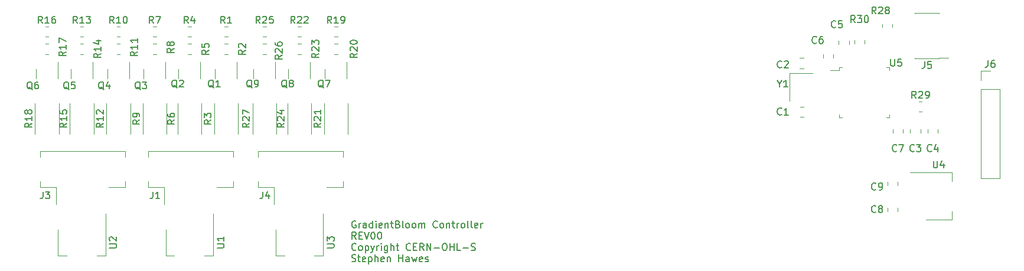
<source format=gbr>
%TF.GenerationSoftware,KiCad,Pcbnew,7.0.2-0*%
%TF.CreationDate,2023-07-03T21:11:48-04:00*%
%TF.ProjectId,controller,636f6e74-726f-46c6-9c65-722e6b696361,rev?*%
%TF.SameCoordinates,Original*%
%TF.FileFunction,Legend,Top*%
%TF.FilePolarity,Positive*%
%FSLAX46Y46*%
G04 Gerber Fmt 4.6, Leading zero omitted, Abs format (unit mm)*
G04 Created by KiCad (PCBNEW 7.0.2-0) date 2023-07-03 21:11:48*
%MOMM*%
%LPD*%
G01*
G04 APERTURE LIST*
%ADD10C,0.150000*%
%ADD11C,0.120000*%
G04 APERTURE END LIST*
D10*
X54261904Y-36445238D02*
X54166666Y-36397619D01*
X54166666Y-36397619D02*
X54023809Y-36397619D01*
X54023809Y-36397619D02*
X53880952Y-36445238D01*
X53880952Y-36445238D02*
X53785714Y-36540476D01*
X53785714Y-36540476D02*
X53738095Y-36635714D01*
X53738095Y-36635714D02*
X53690476Y-36826190D01*
X53690476Y-36826190D02*
X53690476Y-36969047D01*
X53690476Y-36969047D02*
X53738095Y-37159523D01*
X53738095Y-37159523D02*
X53785714Y-37254761D01*
X53785714Y-37254761D02*
X53880952Y-37350000D01*
X53880952Y-37350000D02*
X54023809Y-37397619D01*
X54023809Y-37397619D02*
X54119047Y-37397619D01*
X54119047Y-37397619D02*
X54261904Y-37350000D01*
X54261904Y-37350000D02*
X54309523Y-37302380D01*
X54309523Y-37302380D02*
X54309523Y-36969047D01*
X54309523Y-36969047D02*
X54119047Y-36969047D01*
X54738095Y-37397619D02*
X54738095Y-36730952D01*
X54738095Y-36921428D02*
X54785714Y-36826190D01*
X54785714Y-36826190D02*
X54833333Y-36778571D01*
X54833333Y-36778571D02*
X54928571Y-36730952D01*
X54928571Y-36730952D02*
X55023809Y-36730952D01*
X55785714Y-37397619D02*
X55785714Y-36873809D01*
X55785714Y-36873809D02*
X55738095Y-36778571D01*
X55738095Y-36778571D02*
X55642857Y-36730952D01*
X55642857Y-36730952D02*
X55452381Y-36730952D01*
X55452381Y-36730952D02*
X55357143Y-36778571D01*
X55785714Y-37350000D02*
X55690476Y-37397619D01*
X55690476Y-37397619D02*
X55452381Y-37397619D01*
X55452381Y-37397619D02*
X55357143Y-37350000D01*
X55357143Y-37350000D02*
X55309524Y-37254761D01*
X55309524Y-37254761D02*
X55309524Y-37159523D01*
X55309524Y-37159523D02*
X55357143Y-37064285D01*
X55357143Y-37064285D02*
X55452381Y-37016666D01*
X55452381Y-37016666D02*
X55690476Y-37016666D01*
X55690476Y-37016666D02*
X55785714Y-36969047D01*
X56690476Y-37397619D02*
X56690476Y-36397619D01*
X56690476Y-37350000D02*
X56595238Y-37397619D01*
X56595238Y-37397619D02*
X56404762Y-37397619D01*
X56404762Y-37397619D02*
X56309524Y-37350000D01*
X56309524Y-37350000D02*
X56261905Y-37302380D01*
X56261905Y-37302380D02*
X56214286Y-37207142D01*
X56214286Y-37207142D02*
X56214286Y-36921428D01*
X56214286Y-36921428D02*
X56261905Y-36826190D01*
X56261905Y-36826190D02*
X56309524Y-36778571D01*
X56309524Y-36778571D02*
X56404762Y-36730952D01*
X56404762Y-36730952D02*
X56595238Y-36730952D01*
X56595238Y-36730952D02*
X56690476Y-36778571D01*
X57166667Y-37397619D02*
X57166667Y-36730952D01*
X57166667Y-36397619D02*
X57119048Y-36445238D01*
X57119048Y-36445238D02*
X57166667Y-36492857D01*
X57166667Y-36492857D02*
X57214286Y-36445238D01*
X57214286Y-36445238D02*
X57166667Y-36397619D01*
X57166667Y-36397619D02*
X57166667Y-36492857D01*
X58023809Y-37350000D02*
X57928571Y-37397619D01*
X57928571Y-37397619D02*
X57738095Y-37397619D01*
X57738095Y-37397619D02*
X57642857Y-37350000D01*
X57642857Y-37350000D02*
X57595238Y-37254761D01*
X57595238Y-37254761D02*
X57595238Y-36873809D01*
X57595238Y-36873809D02*
X57642857Y-36778571D01*
X57642857Y-36778571D02*
X57738095Y-36730952D01*
X57738095Y-36730952D02*
X57928571Y-36730952D01*
X57928571Y-36730952D02*
X58023809Y-36778571D01*
X58023809Y-36778571D02*
X58071428Y-36873809D01*
X58071428Y-36873809D02*
X58071428Y-36969047D01*
X58071428Y-36969047D02*
X57595238Y-37064285D01*
X58500000Y-36730952D02*
X58500000Y-37397619D01*
X58500000Y-36826190D02*
X58547619Y-36778571D01*
X58547619Y-36778571D02*
X58642857Y-36730952D01*
X58642857Y-36730952D02*
X58785714Y-36730952D01*
X58785714Y-36730952D02*
X58880952Y-36778571D01*
X58880952Y-36778571D02*
X58928571Y-36873809D01*
X58928571Y-36873809D02*
X58928571Y-37397619D01*
X59261905Y-36730952D02*
X59642857Y-36730952D01*
X59404762Y-36397619D02*
X59404762Y-37254761D01*
X59404762Y-37254761D02*
X59452381Y-37350000D01*
X59452381Y-37350000D02*
X59547619Y-37397619D01*
X59547619Y-37397619D02*
X59642857Y-37397619D01*
X60309524Y-36873809D02*
X60452381Y-36921428D01*
X60452381Y-36921428D02*
X60500000Y-36969047D01*
X60500000Y-36969047D02*
X60547619Y-37064285D01*
X60547619Y-37064285D02*
X60547619Y-37207142D01*
X60547619Y-37207142D02*
X60500000Y-37302380D01*
X60500000Y-37302380D02*
X60452381Y-37350000D01*
X60452381Y-37350000D02*
X60357143Y-37397619D01*
X60357143Y-37397619D02*
X59976191Y-37397619D01*
X59976191Y-37397619D02*
X59976191Y-36397619D01*
X59976191Y-36397619D02*
X60309524Y-36397619D01*
X60309524Y-36397619D02*
X60404762Y-36445238D01*
X60404762Y-36445238D02*
X60452381Y-36492857D01*
X60452381Y-36492857D02*
X60500000Y-36588095D01*
X60500000Y-36588095D02*
X60500000Y-36683333D01*
X60500000Y-36683333D02*
X60452381Y-36778571D01*
X60452381Y-36778571D02*
X60404762Y-36826190D01*
X60404762Y-36826190D02*
X60309524Y-36873809D01*
X60309524Y-36873809D02*
X59976191Y-36873809D01*
X61119048Y-37397619D02*
X61023810Y-37350000D01*
X61023810Y-37350000D02*
X60976191Y-37254761D01*
X60976191Y-37254761D02*
X60976191Y-36397619D01*
X61642858Y-37397619D02*
X61547620Y-37350000D01*
X61547620Y-37350000D02*
X61500001Y-37302380D01*
X61500001Y-37302380D02*
X61452382Y-37207142D01*
X61452382Y-37207142D02*
X61452382Y-36921428D01*
X61452382Y-36921428D02*
X61500001Y-36826190D01*
X61500001Y-36826190D02*
X61547620Y-36778571D01*
X61547620Y-36778571D02*
X61642858Y-36730952D01*
X61642858Y-36730952D02*
X61785715Y-36730952D01*
X61785715Y-36730952D02*
X61880953Y-36778571D01*
X61880953Y-36778571D02*
X61928572Y-36826190D01*
X61928572Y-36826190D02*
X61976191Y-36921428D01*
X61976191Y-36921428D02*
X61976191Y-37207142D01*
X61976191Y-37207142D02*
X61928572Y-37302380D01*
X61928572Y-37302380D02*
X61880953Y-37350000D01*
X61880953Y-37350000D02*
X61785715Y-37397619D01*
X61785715Y-37397619D02*
X61642858Y-37397619D01*
X62547620Y-37397619D02*
X62452382Y-37350000D01*
X62452382Y-37350000D02*
X62404763Y-37302380D01*
X62404763Y-37302380D02*
X62357144Y-37207142D01*
X62357144Y-37207142D02*
X62357144Y-36921428D01*
X62357144Y-36921428D02*
X62404763Y-36826190D01*
X62404763Y-36826190D02*
X62452382Y-36778571D01*
X62452382Y-36778571D02*
X62547620Y-36730952D01*
X62547620Y-36730952D02*
X62690477Y-36730952D01*
X62690477Y-36730952D02*
X62785715Y-36778571D01*
X62785715Y-36778571D02*
X62833334Y-36826190D01*
X62833334Y-36826190D02*
X62880953Y-36921428D01*
X62880953Y-36921428D02*
X62880953Y-37207142D01*
X62880953Y-37207142D02*
X62833334Y-37302380D01*
X62833334Y-37302380D02*
X62785715Y-37350000D01*
X62785715Y-37350000D02*
X62690477Y-37397619D01*
X62690477Y-37397619D02*
X62547620Y-37397619D01*
X63309525Y-37397619D02*
X63309525Y-36730952D01*
X63309525Y-36826190D02*
X63357144Y-36778571D01*
X63357144Y-36778571D02*
X63452382Y-36730952D01*
X63452382Y-36730952D02*
X63595239Y-36730952D01*
X63595239Y-36730952D02*
X63690477Y-36778571D01*
X63690477Y-36778571D02*
X63738096Y-36873809D01*
X63738096Y-36873809D02*
X63738096Y-37397619D01*
X63738096Y-36873809D02*
X63785715Y-36778571D01*
X63785715Y-36778571D02*
X63880953Y-36730952D01*
X63880953Y-36730952D02*
X64023810Y-36730952D01*
X64023810Y-36730952D02*
X64119049Y-36778571D01*
X64119049Y-36778571D02*
X64166668Y-36873809D01*
X64166668Y-36873809D02*
X64166668Y-37397619D01*
X65976191Y-37302380D02*
X65928572Y-37350000D01*
X65928572Y-37350000D02*
X65785715Y-37397619D01*
X65785715Y-37397619D02*
X65690477Y-37397619D01*
X65690477Y-37397619D02*
X65547620Y-37350000D01*
X65547620Y-37350000D02*
X65452382Y-37254761D01*
X65452382Y-37254761D02*
X65404763Y-37159523D01*
X65404763Y-37159523D02*
X65357144Y-36969047D01*
X65357144Y-36969047D02*
X65357144Y-36826190D01*
X65357144Y-36826190D02*
X65404763Y-36635714D01*
X65404763Y-36635714D02*
X65452382Y-36540476D01*
X65452382Y-36540476D02*
X65547620Y-36445238D01*
X65547620Y-36445238D02*
X65690477Y-36397619D01*
X65690477Y-36397619D02*
X65785715Y-36397619D01*
X65785715Y-36397619D02*
X65928572Y-36445238D01*
X65928572Y-36445238D02*
X65976191Y-36492857D01*
X66547620Y-37397619D02*
X66452382Y-37350000D01*
X66452382Y-37350000D02*
X66404763Y-37302380D01*
X66404763Y-37302380D02*
X66357144Y-37207142D01*
X66357144Y-37207142D02*
X66357144Y-36921428D01*
X66357144Y-36921428D02*
X66404763Y-36826190D01*
X66404763Y-36826190D02*
X66452382Y-36778571D01*
X66452382Y-36778571D02*
X66547620Y-36730952D01*
X66547620Y-36730952D02*
X66690477Y-36730952D01*
X66690477Y-36730952D02*
X66785715Y-36778571D01*
X66785715Y-36778571D02*
X66833334Y-36826190D01*
X66833334Y-36826190D02*
X66880953Y-36921428D01*
X66880953Y-36921428D02*
X66880953Y-37207142D01*
X66880953Y-37207142D02*
X66833334Y-37302380D01*
X66833334Y-37302380D02*
X66785715Y-37350000D01*
X66785715Y-37350000D02*
X66690477Y-37397619D01*
X66690477Y-37397619D02*
X66547620Y-37397619D01*
X67309525Y-36730952D02*
X67309525Y-37397619D01*
X67309525Y-36826190D02*
X67357144Y-36778571D01*
X67357144Y-36778571D02*
X67452382Y-36730952D01*
X67452382Y-36730952D02*
X67595239Y-36730952D01*
X67595239Y-36730952D02*
X67690477Y-36778571D01*
X67690477Y-36778571D02*
X67738096Y-36873809D01*
X67738096Y-36873809D02*
X67738096Y-37397619D01*
X68071430Y-36730952D02*
X68452382Y-36730952D01*
X68214287Y-36397619D02*
X68214287Y-37254761D01*
X68214287Y-37254761D02*
X68261906Y-37350000D01*
X68261906Y-37350000D02*
X68357144Y-37397619D01*
X68357144Y-37397619D02*
X68452382Y-37397619D01*
X68785716Y-37397619D02*
X68785716Y-36730952D01*
X68785716Y-36921428D02*
X68833335Y-36826190D01*
X68833335Y-36826190D02*
X68880954Y-36778571D01*
X68880954Y-36778571D02*
X68976192Y-36730952D01*
X68976192Y-36730952D02*
X69071430Y-36730952D01*
X69547621Y-37397619D02*
X69452383Y-37350000D01*
X69452383Y-37350000D02*
X69404764Y-37302380D01*
X69404764Y-37302380D02*
X69357145Y-37207142D01*
X69357145Y-37207142D02*
X69357145Y-36921428D01*
X69357145Y-36921428D02*
X69404764Y-36826190D01*
X69404764Y-36826190D02*
X69452383Y-36778571D01*
X69452383Y-36778571D02*
X69547621Y-36730952D01*
X69547621Y-36730952D02*
X69690478Y-36730952D01*
X69690478Y-36730952D02*
X69785716Y-36778571D01*
X69785716Y-36778571D02*
X69833335Y-36826190D01*
X69833335Y-36826190D02*
X69880954Y-36921428D01*
X69880954Y-36921428D02*
X69880954Y-37207142D01*
X69880954Y-37207142D02*
X69833335Y-37302380D01*
X69833335Y-37302380D02*
X69785716Y-37350000D01*
X69785716Y-37350000D02*
X69690478Y-37397619D01*
X69690478Y-37397619D02*
X69547621Y-37397619D01*
X70452383Y-37397619D02*
X70357145Y-37350000D01*
X70357145Y-37350000D02*
X70309526Y-37254761D01*
X70309526Y-37254761D02*
X70309526Y-36397619D01*
X70976193Y-37397619D02*
X70880955Y-37350000D01*
X70880955Y-37350000D02*
X70833336Y-37254761D01*
X70833336Y-37254761D02*
X70833336Y-36397619D01*
X71738098Y-37350000D02*
X71642860Y-37397619D01*
X71642860Y-37397619D02*
X71452384Y-37397619D01*
X71452384Y-37397619D02*
X71357146Y-37350000D01*
X71357146Y-37350000D02*
X71309527Y-37254761D01*
X71309527Y-37254761D02*
X71309527Y-36873809D01*
X71309527Y-36873809D02*
X71357146Y-36778571D01*
X71357146Y-36778571D02*
X71452384Y-36730952D01*
X71452384Y-36730952D02*
X71642860Y-36730952D01*
X71642860Y-36730952D02*
X71738098Y-36778571D01*
X71738098Y-36778571D02*
X71785717Y-36873809D01*
X71785717Y-36873809D02*
X71785717Y-36969047D01*
X71785717Y-36969047D02*
X71309527Y-37064285D01*
X72214289Y-37397619D02*
X72214289Y-36730952D01*
X72214289Y-36921428D02*
X72261908Y-36826190D01*
X72261908Y-36826190D02*
X72309527Y-36778571D01*
X72309527Y-36778571D02*
X72404765Y-36730952D01*
X72404765Y-36730952D02*
X72500003Y-36730952D01*
X54309523Y-39017619D02*
X53976190Y-38541428D01*
X53738095Y-39017619D02*
X53738095Y-38017619D01*
X53738095Y-38017619D02*
X54119047Y-38017619D01*
X54119047Y-38017619D02*
X54214285Y-38065238D01*
X54214285Y-38065238D02*
X54261904Y-38112857D01*
X54261904Y-38112857D02*
X54309523Y-38208095D01*
X54309523Y-38208095D02*
X54309523Y-38350952D01*
X54309523Y-38350952D02*
X54261904Y-38446190D01*
X54261904Y-38446190D02*
X54214285Y-38493809D01*
X54214285Y-38493809D02*
X54119047Y-38541428D01*
X54119047Y-38541428D02*
X53738095Y-38541428D01*
X54738095Y-38493809D02*
X55071428Y-38493809D01*
X55214285Y-39017619D02*
X54738095Y-39017619D01*
X54738095Y-39017619D02*
X54738095Y-38017619D01*
X54738095Y-38017619D02*
X55214285Y-38017619D01*
X55500000Y-38017619D02*
X55833333Y-39017619D01*
X55833333Y-39017619D02*
X56166666Y-38017619D01*
X56690476Y-38017619D02*
X56785714Y-38017619D01*
X56785714Y-38017619D02*
X56880952Y-38065238D01*
X56880952Y-38065238D02*
X56928571Y-38112857D01*
X56928571Y-38112857D02*
X56976190Y-38208095D01*
X56976190Y-38208095D02*
X57023809Y-38398571D01*
X57023809Y-38398571D02*
X57023809Y-38636666D01*
X57023809Y-38636666D02*
X56976190Y-38827142D01*
X56976190Y-38827142D02*
X56928571Y-38922380D01*
X56928571Y-38922380D02*
X56880952Y-38970000D01*
X56880952Y-38970000D02*
X56785714Y-39017619D01*
X56785714Y-39017619D02*
X56690476Y-39017619D01*
X56690476Y-39017619D02*
X56595238Y-38970000D01*
X56595238Y-38970000D02*
X56547619Y-38922380D01*
X56547619Y-38922380D02*
X56500000Y-38827142D01*
X56500000Y-38827142D02*
X56452381Y-38636666D01*
X56452381Y-38636666D02*
X56452381Y-38398571D01*
X56452381Y-38398571D02*
X56500000Y-38208095D01*
X56500000Y-38208095D02*
X56547619Y-38112857D01*
X56547619Y-38112857D02*
X56595238Y-38065238D01*
X56595238Y-38065238D02*
X56690476Y-38017619D01*
X57642857Y-38017619D02*
X57738095Y-38017619D01*
X57738095Y-38017619D02*
X57833333Y-38065238D01*
X57833333Y-38065238D02*
X57880952Y-38112857D01*
X57880952Y-38112857D02*
X57928571Y-38208095D01*
X57928571Y-38208095D02*
X57976190Y-38398571D01*
X57976190Y-38398571D02*
X57976190Y-38636666D01*
X57976190Y-38636666D02*
X57928571Y-38827142D01*
X57928571Y-38827142D02*
X57880952Y-38922380D01*
X57880952Y-38922380D02*
X57833333Y-38970000D01*
X57833333Y-38970000D02*
X57738095Y-39017619D01*
X57738095Y-39017619D02*
X57642857Y-39017619D01*
X57642857Y-39017619D02*
X57547619Y-38970000D01*
X57547619Y-38970000D02*
X57500000Y-38922380D01*
X57500000Y-38922380D02*
X57452381Y-38827142D01*
X57452381Y-38827142D02*
X57404762Y-38636666D01*
X57404762Y-38636666D02*
X57404762Y-38398571D01*
X57404762Y-38398571D02*
X57452381Y-38208095D01*
X57452381Y-38208095D02*
X57500000Y-38112857D01*
X57500000Y-38112857D02*
X57547619Y-38065238D01*
X57547619Y-38065238D02*
X57642857Y-38017619D01*
X54309523Y-40542380D02*
X54261904Y-40590000D01*
X54261904Y-40590000D02*
X54119047Y-40637619D01*
X54119047Y-40637619D02*
X54023809Y-40637619D01*
X54023809Y-40637619D02*
X53880952Y-40590000D01*
X53880952Y-40590000D02*
X53785714Y-40494761D01*
X53785714Y-40494761D02*
X53738095Y-40399523D01*
X53738095Y-40399523D02*
X53690476Y-40209047D01*
X53690476Y-40209047D02*
X53690476Y-40066190D01*
X53690476Y-40066190D02*
X53738095Y-39875714D01*
X53738095Y-39875714D02*
X53785714Y-39780476D01*
X53785714Y-39780476D02*
X53880952Y-39685238D01*
X53880952Y-39685238D02*
X54023809Y-39637619D01*
X54023809Y-39637619D02*
X54119047Y-39637619D01*
X54119047Y-39637619D02*
X54261904Y-39685238D01*
X54261904Y-39685238D02*
X54309523Y-39732857D01*
X54880952Y-40637619D02*
X54785714Y-40590000D01*
X54785714Y-40590000D02*
X54738095Y-40542380D01*
X54738095Y-40542380D02*
X54690476Y-40447142D01*
X54690476Y-40447142D02*
X54690476Y-40161428D01*
X54690476Y-40161428D02*
X54738095Y-40066190D01*
X54738095Y-40066190D02*
X54785714Y-40018571D01*
X54785714Y-40018571D02*
X54880952Y-39970952D01*
X54880952Y-39970952D02*
X55023809Y-39970952D01*
X55023809Y-39970952D02*
X55119047Y-40018571D01*
X55119047Y-40018571D02*
X55166666Y-40066190D01*
X55166666Y-40066190D02*
X55214285Y-40161428D01*
X55214285Y-40161428D02*
X55214285Y-40447142D01*
X55214285Y-40447142D02*
X55166666Y-40542380D01*
X55166666Y-40542380D02*
X55119047Y-40590000D01*
X55119047Y-40590000D02*
X55023809Y-40637619D01*
X55023809Y-40637619D02*
X54880952Y-40637619D01*
X55642857Y-39970952D02*
X55642857Y-40970952D01*
X55642857Y-40018571D02*
X55738095Y-39970952D01*
X55738095Y-39970952D02*
X55928571Y-39970952D01*
X55928571Y-39970952D02*
X56023809Y-40018571D01*
X56023809Y-40018571D02*
X56071428Y-40066190D01*
X56071428Y-40066190D02*
X56119047Y-40161428D01*
X56119047Y-40161428D02*
X56119047Y-40447142D01*
X56119047Y-40447142D02*
X56071428Y-40542380D01*
X56071428Y-40542380D02*
X56023809Y-40590000D01*
X56023809Y-40590000D02*
X55928571Y-40637619D01*
X55928571Y-40637619D02*
X55738095Y-40637619D01*
X55738095Y-40637619D02*
X55642857Y-40590000D01*
X56452381Y-39970952D02*
X56690476Y-40637619D01*
X56928571Y-39970952D02*
X56690476Y-40637619D01*
X56690476Y-40637619D02*
X56595238Y-40875714D01*
X56595238Y-40875714D02*
X56547619Y-40923333D01*
X56547619Y-40923333D02*
X56452381Y-40970952D01*
X57309524Y-40637619D02*
X57309524Y-39970952D01*
X57309524Y-40161428D02*
X57357143Y-40066190D01*
X57357143Y-40066190D02*
X57404762Y-40018571D01*
X57404762Y-40018571D02*
X57500000Y-39970952D01*
X57500000Y-39970952D02*
X57595238Y-39970952D01*
X57928572Y-40637619D02*
X57928572Y-39970952D01*
X57928572Y-39637619D02*
X57880953Y-39685238D01*
X57880953Y-39685238D02*
X57928572Y-39732857D01*
X57928572Y-39732857D02*
X57976191Y-39685238D01*
X57976191Y-39685238D02*
X57928572Y-39637619D01*
X57928572Y-39637619D02*
X57928572Y-39732857D01*
X58833333Y-39970952D02*
X58833333Y-40780476D01*
X58833333Y-40780476D02*
X58785714Y-40875714D01*
X58785714Y-40875714D02*
X58738095Y-40923333D01*
X58738095Y-40923333D02*
X58642857Y-40970952D01*
X58642857Y-40970952D02*
X58500000Y-40970952D01*
X58500000Y-40970952D02*
X58404762Y-40923333D01*
X58833333Y-40590000D02*
X58738095Y-40637619D01*
X58738095Y-40637619D02*
X58547619Y-40637619D01*
X58547619Y-40637619D02*
X58452381Y-40590000D01*
X58452381Y-40590000D02*
X58404762Y-40542380D01*
X58404762Y-40542380D02*
X58357143Y-40447142D01*
X58357143Y-40447142D02*
X58357143Y-40161428D01*
X58357143Y-40161428D02*
X58404762Y-40066190D01*
X58404762Y-40066190D02*
X58452381Y-40018571D01*
X58452381Y-40018571D02*
X58547619Y-39970952D01*
X58547619Y-39970952D02*
X58738095Y-39970952D01*
X58738095Y-39970952D02*
X58833333Y-40018571D01*
X59309524Y-40637619D02*
X59309524Y-39637619D01*
X59738095Y-40637619D02*
X59738095Y-40113809D01*
X59738095Y-40113809D02*
X59690476Y-40018571D01*
X59690476Y-40018571D02*
X59595238Y-39970952D01*
X59595238Y-39970952D02*
X59452381Y-39970952D01*
X59452381Y-39970952D02*
X59357143Y-40018571D01*
X59357143Y-40018571D02*
X59309524Y-40066190D01*
X60071429Y-39970952D02*
X60452381Y-39970952D01*
X60214286Y-39637619D02*
X60214286Y-40494761D01*
X60214286Y-40494761D02*
X60261905Y-40590000D01*
X60261905Y-40590000D02*
X60357143Y-40637619D01*
X60357143Y-40637619D02*
X60452381Y-40637619D01*
X62119048Y-40542380D02*
X62071429Y-40590000D01*
X62071429Y-40590000D02*
X61928572Y-40637619D01*
X61928572Y-40637619D02*
X61833334Y-40637619D01*
X61833334Y-40637619D02*
X61690477Y-40590000D01*
X61690477Y-40590000D02*
X61595239Y-40494761D01*
X61595239Y-40494761D02*
X61547620Y-40399523D01*
X61547620Y-40399523D02*
X61500001Y-40209047D01*
X61500001Y-40209047D02*
X61500001Y-40066190D01*
X61500001Y-40066190D02*
X61547620Y-39875714D01*
X61547620Y-39875714D02*
X61595239Y-39780476D01*
X61595239Y-39780476D02*
X61690477Y-39685238D01*
X61690477Y-39685238D02*
X61833334Y-39637619D01*
X61833334Y-39637619D02*
X61928572Y-39637619D01*
X61928572Y-39637619D02*
X62071429Y-39685238D01*
X62071429Y-39685238D02*
X62119048Y-39732857D01*
X62547620Y-40113809D02*
X62880953Y-40113809D01*
X63023810Y-40637619D02*
X62547620Y-40637619D01*
X62547620Y-40637619D02*
X62547620Y-39637619D01*
X62547620Y-39637619D02*
X63023810Y-39637619D01*
X64023810Y-40637619D02*
X63690477Y-40161428D01*
X63452382Y-40637619D02*
X63452382Y-39637619D01*
X63452382Y-39637619D02*
X63833334Y-39637619D01*
X63833334Y-39637619D02*
X63928572Y-39685238D01*
X63928572Y-39685238D02*
X63976191Y-39732857D01*
X63976191Y-39732857D02*
X64023810Y-39828095D01*
X64023810Y-39828095D02*
X64023810Y-39970952D01*
X64023810Y-39970952D02*
X63976191Y-40066190D01*
X63976191Y-40066190D02*
X63928572Y-40113809D01*
X63928572Y-40113809D02*
X63833334Y-40161428D01*
X63833334Y-40161428D02*
X63452382Y-40161428D01*
X64452382Y-40637619D02*
X64452382Y-39637619D01*
X64452382Y-39637619D02*
X65023810Y-40637619D01*
X65023810Y-40637619D02*
X65023810Y-39637619D01*
X65500001Y-40256666D02*
X66261906Y-40256666D01*
X66928572Y-39637619D02*
X67119048Y-39637619D01*
X67119048Y-39637619D02*
X67214286Y-39685238D01*
X67214286Y-39685238D02*
X67309524Y-39780476D01*
X67309524Y-39780476D02*
X67357143Y-39970952D01*
X67357143Y-39970952D02*
X67357143Y-40304285D01*
X67357143Y-40304285D02*
X67309524Y-40494761D01*
X67309524Y-40494761D02*
X67214286Y-40590000D01*
X67214286Y-40590000D02*
X67119048Y-40637619D01*
X67119048Y-40637619D02*
X66928572Y-40637619D01*
X66928572Y-40637619D02*
X66833334Y-40590000D01*
X66833334Y-40590000D02*
X66738096Y-40494761D01*
X66738096Y-40494761D02*
X66690477Y-40304285D01*
X66690477Y-40304285D02*
X66690477Y-39970952D01*
X66690477Y-39970952D02*
X66738096Y-39780476D01*
X66738096Y-39780476D02*
X66833334Y-39685238D01*
X66833334Y-39685238D02*
X66928572Y-39637619D01*
X67785715Y-40637619D02*
X67785715Y-39637619D01*
X67785715Y-40113809D02*
X68357143Y-40113809D01*
X68357143Y-40637619D02*
X68357143Y-39637619D01*
X69309524Y-40637619D02*
X68833334Y-40637619D01*
X68833334Y-40637619D02*
X68833334Y-39637619D01*
X69642858Y-40256666D02*
X70404763Y-40256666D01*
X70833334Y-40590000D02*
X70976191Y-40637619D01*
X70976191Y-40637619D02*
X71214286Y-40637619D01*
X71214286Y-40637619D02*
X71309524Y-40590000D01*
X71309524Y-40590000D02*
X71357143Y-40542380D01*
X71357143Y-40542380D02*
X71404762Y-40447142D01*
X71404762Y-40447142D02*
X71404762Y-40351904D01*
X71404762Y-40351904D02*
X71357143Y-40256666D01*
X71357143Y-40256666D02*
X71309524Y-40209047D01*
X71309524Y-40209047D02*
X71214286Y-40161428D01*
X71214286Y-40161428D02*
X71023810Y-40113809D01*
X71023810Y-40113809D02*
X70928572Y-40066190D01*
X70928572Y-40066190D02*
X70880953Y-40018571D01*
X70880953Y-40018571D02*
X70833334Y-39923333D01*
X70833334Y-39923333D02*
X70833334Y-39828095D01*
X70833334Y-39828095D02*
X70880953Y-39732857D01*
X70880953Y-39732857D02*
X70928572Y-39685238D01*
X70928572Y-39685238D02*
X71023810Y-39637619D01*
X71023810Y-39637619D02*
X71261905Y-39637619D01*
X71261905Y-39637619D02*
X71404762Y-39685238D01*
X53690476Y-42210000D02*
X53833333Y-42257619D01*
X53833333Y-42257619D02*
X54071428Y-42257619D01*
X54071428Y-42257619D02*
X54166666Y-42210000D01*
X54166666Y-42210000D02*
X54214285Y-42162380D01*
X54214285Y-42162380D02*
X54261904Y-42067142D01*
X54261904Y-42067142D02*
X54261904Y-41971904D01*
X54261904Y-41971904D02*
X54214285Y-41876666D01*
X54214285Y-41876666D02*
X54166666Y-41829047D01*
X54166666Y-41829047D02*
X54071428Y-41781428D01*
X54071428Y-41781428D02*
X53880952Y-41733809D01*
X53880952Y-41733809D02*
X53785714Y-41686190D01*
X53785714Y-41686190D02*
X53738095Y-41638571D01*
X53738095Y-41638571D02*
X53690476Y-41543333D01*
X53690476Y-41543333D02*
X53690476Y-41448095D01*
X53690476Y-41448095D02*
X53738095Y-41352857D01*
X53738095Y-41352857D02*
X53785714Y-41305238D01*
X53785714Y-41305238D02*
X53880952Y-41257619D01*
X53880952Y-41257619D02*
X54119047Y-41257619D01*
X54119047Y-41257619D02*
X54261904Y-41305238D01*
X54547619Y-41590952D02*
X54928571Y-41590952D01*
X54690476Y-41257619D02*
X54690476Y-42114761D01*
X54690476Y-42114761D02*
X54738095Y-42210000D01*
X54738095Y-42210000D02*
X54833333Y-42257619D01*
X54833333Y-42257619D02*
X54928571Y-42257619D01*
X55642857Y-42210000D02*
X55547619Y-42257619D01*
X55547619Y-42257619D02*
X55357143Y-42257619D01*
X55357143Y-42257619D02*
X55261905Y-42210000D01*
X55261905Y-42210000D02*
X55214286Y-42114761D01*
X55214286Y-42114761D02*
X55214286Y-41733809D01*
X55214286Y-41733809D02*
X55261905Y-41638571D01*
X55261905Y-41638571D02*
X55357143Y-41590952D01*
X55357143Y-41590952D02*
X55547619Y-41590952D01*
X55547619Y-41590952D02*
X55642857Y-41638571D01*
X55642857Y-41638571D02*
X55690476Y-41733809D01*
X55690476Y-41733809D02*
X55690476Y-41829047D01*
X55690476Y-41829047D02*
X55214286Y-41924285D01*
X56119048Y-41590952D02*
X56119048Y-42590952D01*
X56119048Y-41638571D02*
X56214286Y-41590952D01*
X56214286Y-41590952D02*
X56404762Y-41590952D01*
X56404762Y-41590952D02*
X56500000Y-41638571D01*
X56500000Y-41638571D02*
X56547619Y-41686190D01*
X56547619Y-41686190D02*
X56595238Y-41781428D01*
X56595238Y-41781428D02*
X56595238Y-42067142D01*
X56595238Y-42067142D02*
X56547619Y-42162380D01*
X56547619Y-42162380D02*
X56500000Y-42210000D01*
X56500000Y-42210000D02*
X56404762Y-42257619D01*
X56404762Y-42257619D02*
X56214286Y-42257619D01*
X56214286Y-42257619D02*
X56119048Y-42210000D01*
X57023810Y-42257619D02*
X57023810Y-41257619D01*
X57452381Y-42257619D02*
X57452381Y-41733809D01*
X57452381Y-41733809D02*
X57404762Y-41638571D01*
X57404762Y-41638571D02*
X57309524Y-41590952D01*
X57309524Y-41590952D02*
X57166667Y-41590952D01*
X57166667Y-41590952D02*
X57071429Y-41638571D01*
X57071429Y-41638571D02*
X57023810Y-41686190D01*
X58309524Y-42210000D02*
X58214286Y-42257619D01*
X58214286Y-42257619D02*
X58023810Y-42257619D01*
X58023810Y-42257619D02*
X57928572Y-42210000D01*
X57928572Y-42210000D02*
X57880953Y-42114761D01*
X57880953Y-42114761D02*
X57880953Y-41733809D01*
X57880953Y-41733809D02*
X57928572Y-41638571D01*
X57928572Y-41638571D02*
X58023810Y-41590952D01*
X58023810Y-41590952D02*
X58214286Y-41590952D01*
X58214286Y-41590952D02*
X58309524Y-41638571D01*
X58309524Y-41638571D02*
X58357143Y-41733809D01*
X58357143Y-41733809D02*
X58357143Y-41829047D01*
X58357143Y-41829047D02*
X57880953Y-41924285D01*
X58785715Y-41590952D02*
X58785715Y-42257619D01*
X58785715Y-41686190D02*
X58833334Y-41638571D01*
X58833334Y-41638571D02*
X58928572Y-41590952D01*
X58928572Y-41590952D02*
X59071429Y-41590952D01*
X59071429Y-41590952D02*
X59166667Y-41638571D01*
X59166667Y-41638571D02*
X59214286Y-41733809D01*
X59214286Y-41733809D02*
X59214286Y-42257619D01*
X60452382Y-42257619D02*
X60452382Y-41257619D01*
X60452382Y-41733809D02*
X61023810Y-41733809D01*
X61023810Y-42257619D02*
X61023810Y-41257619D01*
X61928572Y-42257619D02*
X61928572Y-41733809D01*
X61928572Y-41733809D02*
X61880953Y-41638571D01*
X61880953Y-41638571D02*
X61785715Y-41590952D01*
X61785715Y-41590952D02*
X61595239Y-41590952D01*
X61595239Y-41590952D02*
X61500001Y-41638571D01*
X61928572Y-42210000D02*
X61833334Y-42257619D01*
X61833334Y-42257619D02*
X61595239Y-42257619D01*
X61595239Y-42257619D02*
X61500001Y-42210000D01*
X61500001Y-42210000D02*
X61452382Y-42114761D01*
X61452382Y-42114761D02*
X61452382Y-42019523D01*
X61452382Y-42019523D02*
X61500001Y-41924285D01*
X61500001Y-41924285D02*
X61595239Y-41876666D01*
X61595239Y-41876666D02*
X61833334Y-41876666D01*
X61833334Y-41876666D02*
X61928572Y-41829047D01*
X62309525Y-41590952D02*
X62500001Y-42257619D01*
X62500001Y-42257619D02*
X62690477Y-41781428D01*
X62690477Y-41781428D02*
X62880953Y-42257619D01*
X62880953Y-42257619D02*
X63071429Y-41590952D01*
X63833334Y-42210000D02*
X63738096Y-42257619D01*
X63738096Y-42257619D02*
X63547620Y-42257619D01*
X63547620Y-42257619D02*
X63452382Y-42210000D01*
X63452382Y-42210000D02*
X63404763Y-42114761D01*
X63404763Y-42114761D02*
X63404763Y-41733809D01*
X63404763Y-41733809D02*
X63452382Y-41638571D01*
X63452382Y-41638571D02*
X63547620Y-41590952D01*
X63547620Y-41590952D02*
X63738096Y-41590952D01*
X63738096Y-41590952D02*
X63833334Y-41638571D01*
X63833334Y-41638571D02*
X63880953Y-41733809D01*
X63880953Y-41733809D02*
X63880953Y-41829047D01*
X63880953Y-41829047D02*
X63404763Y-41924285D01*
X64261906Y-42210000D02*
X64357144Y-42257619D01*
X64357144Y-42257619D02*
X64547620Y-42257619D01*
X64547620Y-42257619D02*
X64642858Y-42210000D01*
X64642858Y-42210000D02*
X64690477Y-42114761D01*
X64690477Y-42114761D02*
X64690477Y-42067142D01*
X64690477Y-42067142D02*
X64642858Y-41971904D01*
X64642858Y-41971904D02*
X64547620Y-41924285D01*
X64547620Y-41924285D02*
X64404763Y-41924285D01*
X64404763Y-41924285D02*
X64309525Y-41876666D01*
X64309525Y-41876666D02*
X64261906Y-41781428D01*
X64261906Y-41781428D02*
X64261906Y-41733809D01*
X64261906Y-41733809D02*
X64309525Y-41638571D01*
X64309525Y-41638571D02*
X64404763Y-41590952D01*
X64404763Y-41590952D02*
X64547620Y-41590952D01*
X64547620Y-41590952D02*
X64642858Y-41638571D01*
%TO.C,U3*%
X50150119Y-40261904D02*
X50959642Y-40261904D01*
X50959642Y-40261904D02*
X51054880Y-40214285D01*
X51054880Y-40214285D02*
X51102500Y-40166666D01*
X51102500Y-40166666D02*
X51150119Y-40071428D01*
X51150119Y-40071428D02*
X51150119Y-39880952D01*
X51150119Y-39880952D02*
X51102500Y-39785714D01*
X51102500Y-39785714D02*
X51054880Y-39738095D01*
X51054880Y-39738095D02*
X50959642Y-39690476D01*
X50959642Y-39690476D02*
X50150119Y-39690476D01*
X50150119Y-39309523D02*
X50150119Y-38690476D01*
X50150119Y-38690476D02*
X50531071Y-39023809D01*
X50531071Y-39023809D02*
X50531071Y-38880952D01*
X50531071Y-38880952D02*
X50578690Y-38785714D01*
X50578690Y-38785714D02*
X50626309Y-38738095D01*
X50626309Y-38738095D02*
X50721547Y-38690476D01*
X50721547Y-38690476D02*
X50959642Y-38690476D01*
X50959642Y-38690476D02*
X51054880Y-38738095D01*
X51054880Y-38738095D02*
X51102500Y-38785714D01*
X51102500Y-38785714D02*
X51150119Y-38880952D01*
X51150119Y-38880952D02*
X51150119Y-39166666D01*
X51150119Y-39166666D02*
X51102500Y-39261904D01*
X51102500Y-39261904D02*
X51054880Y-39309523D01*
%TO.C,R17*%
X12712619Y-12142857D02*
X12236428Y-12476190D01*
X12712619Y-12714285D02*
X11712619Y-12714285D01*
X11712619Y-12714285D02*
X11712619Y-12333333D01*
X11712619Y-12333333D02*
X11760238Y-12238095D01*
X11760238Y-12238095D02*
X11807857Y-12190476D01*
X11807857Y-12190476D02*
X11903095Y-12142857D01*
X11903095Y-12142857D02*
X12045952Y-12142857D01*
X12045952Y-12142857D02*
X12141190Y-12190476D01*
X12141190Y-12190476D02*
X12188809Y-12238095D01*
X12188809Y-12238095D02*
X12236428Y-12333333D01*
X12236428Y-12333333D02*
X12236428Y-12714285D01*
X12712619Y-11190476D02*
X12712619Y-11761904D01*
X12712619Y-11476190D02*
X11712619Y-11476190D01*
X11712619Y-11476190D02*
X11855476Y-11571428D01*
X11855476Y-11571428D02*
X11950714Y-11666666D01*
X11950714Y-11666666D02*
X11998333Y-11761904D01*
X11712619Y-10857142D02*
X11712619Y-10190476D01*
X11712619Y-10190476D02*
X12712619Y-10619047D01*
%TO.C,R11*%
X22962619Y-12142857D02*
X22486428Y-12476190D01*
X22962619Y-12714285D02*
X21962619Y-12714285D01*
X21962619Y-12714285D02*
X21962619Y-12333333D01*
X21962619Y-12333333D02*
X22010238Y-12238095D01*
X22010238Y-12238095D02*
X22057857Y-12190476D01*
X22057857Y-12190476D02*
X22153095Y-12142857D01*
X22153095Y-12142857D02*
X22295952Y-12142857D01*
X22295952Y-12142857D02*
X22391190Y-12190476D01*
X22391190Y-12190476D02*
X22438809Y-12238095D01*
X22438809Y-12238095D02*
X22486428Y-12333333D01*
X22486428Y-12333333D02*
X22486428Y-12714285D01*
X22962619Y-11190476D02*
X22962619Y-11761904D01*
X22962619Y-11476190D02*
X21962619Y-11476190D01*
X21962619Y-11476190D02*
X22105476Y-11571428D01*
X22105476Y-11571428D02*
X22200714Y-11666666D01*
X22200714Y-11666666D02*
X22248333Y-11761904D01*
X22962619Y-10238095D02*
X22962619Y-10809523D01*
X22962619Y-10523809D02*
X21962619Y-10523809D01*
X21962619Y-10523809D02*
X22105476Y-10619047D01*
X22105476Y-10619047D02*
X22200714Y-10714285D01*
X22200714Y-10714285D02*
X22248333Y-10809523D01*
%TO.C,R3*%
X33530119Y-21916666D02*
X33053928Y-22249999D01*
X33530119Y-22488094D02*
X32530119Y-22488094D01*
X32530119Y-22488094D02*
X32530119Y-22107142D01*
X32530119Y-22107142D02*
X32577738Y-22011904D01*
X32577738Y-22011904D02*
X32625357Y-21964285D01*
X32625357Y-21964285D02*
X32720595Y-21916666D01*
X32720595Y-21916666D02*
X32863452Y-21916666D01*
X32863452Y-21916666D02*
X32958690Y-21964285D01*
X32958690Y-21964285D02*
X33006309Y-22011904D01*
X33006309Y-22011904D02*
X33053928Y-22107142D01*
X33053928Y-22107142D02*
X33053928Y-22488094D01*
X32530119Y-21583332D02*
X32530119Y-20964285D01*
X32530119Y-20964285D02*
X32911071Y-21297618D01*
X32911071Y-21297618D02*
X32911071Y-21154761D01*
X32911071Y-21154761D02*
X32958690Y-21059523D01*
X32958690Y-21059523D02*
X33006309Y-21011904D01*
X33006309Y-21011904D02*
X33101547Y-20964285D01*
X33101547Y-20964285D02*
X33339642Y-20964285D01*
X33339642Y-20964285D02*
X33434880Y-21011904D01*
X33434880Y-21011904D02*
X33482500Y-21059523D01*
X33482500Y-21059523D02*
X33530119Y-21154761D01*
X33530119Y-21154761D02*
X33530119Y-21440475D01*
X33530119Y-21440475D02*
X33482500Y-21535713D01*
X33482500Y-21535713D02*
X33434880Y-21583332D01*
%TO.C,R14*%
X17712619Y-12392857D02*
X17236428Y-12726190D01*
X17712619Y-12964285D02*
X16712619Y-12964285D01*
X16712619Y-12964285D02*
X16712619Y-12583333D01*
X16712619Y-12583333D02*
X16760238Y-12488095D01*
X16760238Y-12488095D02*
X16807857Y-12440476D01*
X16807857Y-12440476D02*
X16903095Y-12392857D01*
X16903095Y-12392857D02*
X17045952Y-12392857D01*
X17045952Y-12392857D02*
X17141190Y-12440476D01*
X17141190Y-12440476D02*
X17188809Y-12488095D01*
X17188809Y-12488095D02*
X17236428Y-12583333D01*
X17236428Y-12583333D02*
X17236428Y-12964285D01*
X17712619Y-11440476D02*
X17712619Y-12011904D01*
X17712619Y-11726190D02*
X16712619Y-11726190D01*
X16712619Y-11726190D02*
X16855476Y-11821428D01*
X16855476Y-11821428D02*
X16950714Y-11916666D01*
X16950714Y-11916666D02*
X16998333Y-12011904D01*
X17045952Y-10583333D02*
X17712619Y-10583333D01*
X16665000Y-10821428D02*
X17379285Y-11059523D01*
X17379285Y-11059523D02*
X17379285Y-10440476D01*
%TO.C,C5*%
X123083333Y-8617380D02*
X123035714Y-8665000D01*
X123035714Y-8665000D02*
X122892857Y-8712619D01*
X122892857Y-8712619D02*
X122797619Y-8712619D01*
X122797619Y-8712619D02*
X122654762Y-8665000D01*
X122654762Y-8665000D02*
X122559524Y-8569761D01*
X122559524Y-8569761D02*
X122511905Y-8474523D01*
X122511905Y-8474523D02*
X122464286Y-8284047D01*
X122464286Y-8284047D02*
X122464286Y-8141190D01*
X122464286Y-8141190D02*
X122511905Y-7950714D01*
X122511905Y-7950714D02*
X122559524Y-7855476D01*
X122559524Y-7855476D02*
X122654762Y-7760238D01*
X122654762Y-7760238D02*
X122797619Y-7712619D01*
X122797619Y-7712619D02*
X122892857Y-7712619D01*
X122892857Y-7712619D02*
X123035714Y-7760238D01*
X123035714Y-7760238D02*
X123083333Y-7807857D01*
X123988095Y-7712619D02*
X123511905Y-7712619D01*
X123511905Y-7712619D02*
X123464286Y-8188809D01*
X123464286Y-8188809D02*
X123511905Y-8141190D01*
X123511905Y-8141190D02*
X123607143Y-8093571D01*
X123607143Y-8093571D02*
X123845238Y-8093571D01*
X123845238Y-8093571D02*
X123940476Y-8141190D01*
X123940476Y-8141190D02*
X123988095Y-8188809D01*
X123988095Y-8188809D02*
X124035714Y-8284047D01*
X124035714Y-8284047D02*
X124035714Y-8522142D01*
X124035714Y-8522142D02*
X123988095Y-8617380D01*
X123988095Y-8617380D02*
X123940476Y-8665000D01*
X123940476Y-8665000D02*
X123845238Y-8712619D01*
X123845238Y-8712619D02*
X123607143Y-8712619D01*
X123607143Y-8712619D02*
X123511905Y-8665000D01*
X123511905Y-8665000D02*
X123464286Y-8617380D01*
%TO.C,R25*%
X40544642Y-8062619D02*
X40211309Y-7586428D01*
X39973214Y-8062619D02*
X39973214Y-7062619D01*
X39973214Y-7062619D02*
X40354166Y-7062619D01*
X40354166Y-7062619D02*
X40449404Y-7110238D01*
X40449404Y-7110238D02*
X40497023Y-7157857D01*
X40497023Y-7157857D02*
X40544642Y-7253095D01*
X40544642Y-7253095D02*
X40544642Y-7395952D01*
X40544642Y-7395952D02*
X40497023Y-7491190D01*
X40497023Y-7491190D02*
X40449404Y-7538809D01*
X40449404Y-7538809D02*
X40354166Y-7586428D01*
X40354166Y-7586428D02*
X39973214Y-7586428D01*
X40925595Y-7157857D02*
X40973214Y-7110238D01*
X40973214Y-7110238D02*
X41068452Y-7062619D01*
X41068452Y-7062619D02*
X41306547Y-7062619D01*
X41306547Y-7062619D02*
X41401785Y-7110238D01*
X41401785Y-7110238D02*
X41449404Y-7157857D01*
X41449404Y-7157857D02*
X41497023Y-7253095D01*
X41497023Y-7253095D02*
X41497023Y-7348333D01*
X41497023Y-7348333D02*
X41449404Y-7491190D01*
X41449404Y-7491190D02*
X40877976Y-8062619D01*
X40877976Y-8062619D02*
X41497023Y-8062619D01*
X42401785Y-7062619D02*
X41925595Y-7062619D01*
X41925595Y-7062619D02*
X41877976Y-7538809D01*
X41877976Y-7538809D02*
X41925595Y-7491190D01*
X41925595Y-7491190D02*
X42020833Y-7443571D01*
X42020833Y-7443571D02*
X42258928Y-7443571D01*
X42258928Y-7443571D02*
X42354166Y-7491190D01*
X42354166Y-7491190D02*
X42401785Y-7538809D01*
X42401785Y-7538809D02*
X42449404Y-7634047D01*
X42449404Y-7634047D02*
X42449404Y-7872142D01*
X42449404Y-7872142D02*
X42401785Y-7967380D01*
X42401785Y-7967380D02*
X42354166Y-8015000D01*
X42354166Y-8015000D02*
X42258928Y-8062619D01*
X42258928Y-8062619D02*
X42020833Y-8062619D01*
X42020833Y-8062619D02*
X41925595Y-8015000D01*
X41925595Y-8015000D02*
X41877976Y-7967380D01*
%TO.C,R21*%
X49280119Y-22392857D02*
X48803928Y-22726190D01*
X49280119Y-22964285D02*
X48280119Y-22964285D01*
X48280119Y-22964285D02*
X48280119Y-22583333D01*
X48280119Y-22583333D02*
X48327738Y-22488095D01*
X48327738Y-22488095D02*
X48375357Y-22440476D01*
X48375357Y-22440476D02*
X48470595Y-22392857D01*
X48470595Y-22392857D02*
X48613452Y-22392857D01*
X48613452Y-22392857D02*
X48708690Y-22440476D01*
X48708690Y-22440476D02*
X48756309Y-22488095D01*
X48756309Y-22488095D02*
X48803928Y-22583333D01*
X48803928Y-22583333D02*
X48803928Y-22964285D01*
X48375357Y-22011904D02*
X48327738Y-21964285D01*
X48327738Y-21964285D02*
X48280119Y-21869047D01*
X48280119Y-21869047D02*
X48280119Y-21630952D01*
X48280119Y-21630952D02*
X48327738Y-21535714D01*
X48327738Y-21535714D02*
X48375357Y-21488095D01*
X48375357Y-21488095D02*
X48470595Y-21440476D01*
X48470595Y-21440476D02*
X48565833Y-21440476D01*
X48565833Y-21440476D02*
X48708690Y-21488095D01*
X48708690Y-21488095D02*
X49280119Y-22059523D01*
X49280119Y-22059523D02*
X49280119Y-21440476D01*
X49280119Y-20488095D02*
X49280119Y-21059523D01*
X49280119Y-20773809D02*
X48280119Y-20773809D01*
X48280119Y-20773809D02*
X48422976Y-20869047D01*
X48422976Y-20869047D02*
X48518214Y-20964285D01*
X48518214Y-20964285D02*
X48565833Y-21059523D01*
%TO.C,Q6*%
X7904761Y-17557857D02*
X7809523Y-17510238D01*
X7809523Y-17510238D02*
X7714285Y-17415000D01*
X7714285Y-17415000D02*
X7571428Y-17272142D01*
X7571428Y-17272142D02*
X7476190Y-17224523D01*
X7476190Y-17224523D02*
X7380952Y-17224523D01*
X7428571Y-17462619D02*
X7333333Y-17415000D01*
X7333333Y-17415000D02*
X7238095Y-17319761D01*
X7238095Y-17319761D02*
X7190476Y-17129285D01*
X7190476Y-17129285D02*
X7190476Y-16795952D01*
X7190476Y-16795952D02*
X7238095Y-16605476D01*
X7238095Y-16605476D02*
X7333333Y-16510238D01*
X7333333Y-16510238D02*
X7428571Y-16462619D01*
X7428571Y-16462619D02*
X7619047Y-16462619D01*
X7619047Y-16462619D02*
X7714285Y-16510238D01*
X7714285Y-16510238D02*
X7809523Y-16605476D01*
X7809523Y-16605476D02*
X7857142Y-16795952D01*
X7857142Y-16795952D02*
X7857142Y-17129285D01*
X7857142Y-17129285D02*
X7809523Y-17319761D01*
X7809523Y-17319761D02*
X7714285Y-17415000D01*
X7714285Y-17415000D02*
X7619047Y-17462619D01*
X7619047Y-17462619D02*
X7428571Y-17462619D01*
X8714285Y-16462619D02*
X8523809Y-16462619D01*
X8523809Y-16462619D02*
X8428571Y-16510238D01*
X8428571Y-16510238D02*
X8380952Y-16557857D01*
X8380952Y-16557857D02*
X8285714Y-16700714D01*
X8285714Y-16700714D02*
X8238095Y-16891190D01*
X8238095Y-16891190D02*
X8238095Y-17272142D01*
X8238095Y-17272142D02*
X8285714Y-17367380D01*
X8285714Y-17367380D02*
X8333333Y-17415000D01*
X8333333Y-17415000D02*
X8428571Y-17462619D01*
X8428571Y-17462619D02*
X8619047Y-17462619D01*
X8619047Y-17462619D02*
X8714285Y-17415000D01*
X8714285Y-17415000D02*
X8761904Y-17367380D01*
X8761904Y-17367380D02*
X8809523Y-17272142D01*
X8809523Y-17272142D02*
X8809523Y-17034047D01*
X8809523Y-17034047D02*
X8761904Y-16938809D01*
X8761904Y-16938809D02*
X8714285Y-16891190D01*
X8714285Y-16891190D02*
X8619047Y-16843571D01*
X8619047Y-16843571D02*
X8428571Y-16843571D01*
X8428571Y-16843571D02*
X8333333Y-16891190D01*
X8333333Y-16891190D02*
X8285714Y-16938809D01*
X8285714Y-16938809D02*
X8238095Y-17034047D01*
%TO.C,R20*%
X54462619Y-12392857D02*
X53986428Y-12726190D01*
X54462619Y-12964285D02*
X53462619Y-12964285D01*
X53462619Y-12964285D02*
X53462619Y-12583333D01*
X53462619Y-12583333D02*
X53510238Y-12488095D01*
X53510238Y-12488095D02*
X53557857Y-12440476D01*
X53557857Y-12440476D02*
X53653095Y-12392857D01*
X53653095Y-12392857D02*
X53795952Y-12392857D01*
X53795952Y-12392857D02*
X53891190Y-12440476D01*
X53891190Y-12440476D02*
X53938809Y-12488095D01*
X53938809Y-12488095D02*
X53986428Y-12583333D01*
X53986428Y-12583333D02*
X53986428Y-12964285D01*
X53557857Y-12011904D02*
X53510238Y-11964285D01*
X53510238Y-11964285D02*
X53462619Y-11869047D01*
X53462619Y-11869047D02*
X53462619Y-11630952D01*
X53462619Y-11630952D02*
X53510238Y-11535714D01*
X53510238Y-11535714D02*
X53557857Y-11488095D01*
X53557857Y-11488095D02*
X53653095Y-11440476D01*
X53653095Y-11440476D02*
X53748333Y-11440476D01*
X53748333Y-11440476D02*
X53891190Y-11488095D01*
X53891190Y-11488095D02*
X54462619Y-12059523D01*
X54462619Y-12059523D02*
X54462619Y-11440476D01*
X53462619Y-10821428D02*
X53462619Y-10726190D01*
X53462619Y-10726190D02*
X53510238Y-10630952D01*
X53510238Y-10630952D02*
X53557857Y-10583333D01*
X53557857Y-10583333D02*
X53653095Y-10535714D01*
X53653095Y-10535714D02*
X53843571Y-10488095D01*
X53843571Y-10488095D02*
X54081666Y-10488095D01*
X54081666Y-10488095D02*
X54272142Y-10535714D01*
X54272142Y-10535714D02*
X54367380Y-10583333D01*
X54367380Y-10583333D02*
X54415000Y-10630952D01*
X54415000Y-10630952D02*
X54462619Y-10726190D01*
X54462619Y-10726190D02*
X54462619Y-10821428D01*
X54462619Y-10821428D02*
X54415000Y-10916666D01*
X54415000Y-10916666D02*
X54367380Y-10964285D01*
X54367380Y-10964285D02*
X54272142Y-11011904D01*
X54272142Y-11011904D02*
X54081666Y-11059523D01*
X54081666Y-11059523D02*
X53843571Y-11059523D01*
X53843571Y-11059523D02*
X53653095Y-11011904D01*
X53653095Y-11011904D02*
X53557857Y-10964285D01*
X53557857Y-10964285D02*
X53510238Y-10916666D01*
X53510238Y-10916666D02*
X53462619Y-10821428D01*
%TO.C,R22*%
X45544642Y-8062619D02*
X45211309Y-7586428D01*
X44973214Y-8062619D02*
X44973214Y-7062619D01*
X44973214Y-7062619D02*
X45354166Y-7062619D01*
X45354166Y-7062619D02*
X45449404Y-7110238D01*
X45449404Y-7110238D02*
X45497023Y-7157857D01*
X45497023Y-7157857D02*
X45544642Y-7253095D01*
X45544642Y-7253095D02*
X45544642Y-7395952D01*
X45544642Y-7395952D02*
X45497023Y-7491190D01*
X45497023Y-7491190D02*
X45449404Y-7538809D01*
X45449404Y-7538809D02*
X45354166Y-7586428D01*
X45354166Y-7586428D02*
X44973214Y-7586428D01*
X45925595Y-7157857D02*
X45973214Y-7110238D01*
X45973214Y-7110238D02*
X46068452Y-7062619D01*
X46068452Y-7062619D02*
X46306547Y-7062619D01*
X46306547Y-7062619D02*
X46401785Y-7110238D01*
X46401785Y-7110238D02*
X46449404Y-7157857D01*
X46449404Y-7157857D02*
X46497023Y-7253095D01*
X46497023Y-7253095D02*
X46497023Y-7348333D01*
X46497023Y-7348333D02*
X46449404Y-7491190D01*
X46449404Y-7491190D02*
X45877976Y-8062619D01*
X45877976Y-8062619D02*
X46497023Y-8062619D01*
X46877976Y-7157857D02*
X46925595Y-7110238D01*
X46925595Y-7110238D02*
X47020833Y-7062619D01*
X47020833Y-7062619D02*
X47258928Y-7062619D01*
X47258928Y-7062619D02*
X47354166Y-7110238D01*
X47354166Y-7110238D02*
X47401785Y-7157857D01*
X47401785Y-7157857D02*
X47449404Y-7253095D01*
X47449404Y-7253095D02*
X47449404Y-7348333D01*
X47449404Y-7348333D02*
X47401785Y-7491190D01*
X47401785Y-7491190D02*
X46830357Y-8062619D01*
X46830357Y-8062619D02*
X47449404Y-8062619D01*
%TO.C,R18*%
X7842619Y-22392857D02*
X7366428Y-22726190D01*
X7842619Y-22964285D02*
X6842619Y-22964285D01*
X6842619Y-22964285D02*
X6842619Y-22583333D01*
X6842619Y-22583333D02*
X6890238Y-22488095D01*
X6890238Y-22488095D02*
X6937857Y-22440476D01*
X6937857Y-22440476D02*
X7033095Y-22392857D01*
X7033095Y-22392857D02*
X7175952Y-22392857D01*
X7175952Y-22392857D02*
X7271190Y-22440476D01*
X7271190Y-22440476D02*
X7318809Y-22488095D01*
X7318809Y-22488095D02*
X7366428Y-22583333D01*
X7366428Y-22583333D02*
X7366428Y-22964285D01*
X7842619Y-21440476D02*
X7842619Y-22011904D01*
X7842619Y-21726190D02*
X6842619Y-21726190D01*
X6842619Y-21726190D02*
X6985476Y-21821428D01*
X6985476Y-21821428D02*
X7080714Y-21916666D01*
X7080714Y-21916666D02*
X7128333Y-22011904D01*
X7271190Y-20869047D02*
X7223571Y-20964285D01*
X7223571Y-20964285D02*
X7175952Y-21011904D01*
X7175952Y-21011904D02*
X7080714Y-21059523D01*
X7080714Y-21059523D02*
X7033095Y-21059523D01*
X7033095Y-21059523D02*
X6937857Y-21011904D01*
X6937857Y-21011904D02*
X6890238Y-20964285D01*
X6890238Y-20964285D02*
X6842619Y-20869047D01*
X6842619Y-20869047D02*
X6842619Y-20678571D01*
X6842619Y-20678571D02*
X6890238Y-20583333D01*
X6890238Y-20583333D02*
X6937857Y-20535714D01*
X6937857Y-20535714D02*
X7033095Y-20488095D01*
X7033095Y-20488095D02*
X7080714Y-20488095D01*
X7080714Y-20488095D02*
X7175952Y-20535714D01*
X7175952Y-20535714D02*
X7223571Y-20583333D01*
X7223571Y-20583333D02*
X7271190Y-20678571D01*
X7271190Y-20678571D02*
X7271190Y-20869047D01*
X7271190Y-20869047D02*
X7318809Y-20964285D01*
X7318809Y-20964285D02*
X7366428Y-21011904D01*
X7366428Y-21011904D02*
X7461666Y-21059523D01*
X7461666Y-21059523D02*
X7652142Y-21059523D01*
X7652142Y-21059523D02*
X7747380Y-21011904D01*
X7747380Y-21011904D02*
X7795000Y-20964285D01*
X7795000Y-20964285D02*
X7842619Y-20869047D01*
X7842619Y-20869047D02*
X7842619Y-20678571D01*
X7842619Y-20678571D02*
X7795000Y-20583333D01*
X7795000Y-20583333D02*
X7747380Y-20535714D01*
X7747380Y-20535714D02*
X7652142Y-20488095D01*
X7652142Y-20488095D02*
X7461666Y-20488095D01*
X7461666Y-20488095D02*
X7366428Y-20535714D01*
X7366428Y-20535714D02*
X7318809Y-20583333D01*
X7318809Y-20583333D02*
X7271190Y-20678571D01*
%TO.C,R19*%
X50794642Y-8062619D02*
X50461309Y-7586428D01*
X50223214Y-8062619D02*
X50223214Y-7062619D01*
X50223214Y-7062619D02*
X50604166Y-7062619D01*
X50604166Y-7062619D02*
X50699404Y-7110238D01*
X50699404Y-7110238D02*
X50747023Y-7157857D01*
X50747023Y-7157857D02*
X50794642Y-7253095D01*
X50794642Y-7253095D02*
X50794642Y-7395952D01*
X50794642Y-7395952D02*
X50747023Y-7491190D01*
X50747023Y-7491190D02*
X50699404Y-7538809D01*
X50699404Y-7538809D02*
X50604166Y-7586428D01*
X50604166Y-7586428D02*
X50223214Y-7586428D01*
X51747023Y-8062619D02*
X51175595Y-8062619D01*
X51461309Y-8062619D02*
X51461309Y-7062619D01*
X51461309Y-7062619D02*
X51366071Y-7205476D01*
X51366071Y-7205476D02*
X51270833Y-7300714D01*
X51270833Y-7300714D02*
X51175595Y-7348333D01*
X52223214Y-8062619D02*
X52413690Y-8062619D01*
X52413690Y-8062619D02*
X52508928Y-8015000D01*
X52508928Y-8015000D02*
X52556547Y-7967380D01*
X52556547Y-7967380D02*
X52651785Y-7824523D01*
X52651785Y-7824523D02*
X52699404Y-7634047D01*
X52699404Y-7634047D02*
X52699404Y-7253095D01*
X52699404Y-7253095D02*
X52651785Y-7157857D01*
X52651785Y-7157857D02*
X52604166Y-7110238D01*
X52604166Y-7110238D02*
X52508928Y-7062619D01*
X52508928Y-7062619D02*
X52318452Y-7062619D01*
X52318452Y-7062619D02*
X52223214Y-7110238D01*
X52223214Y-7110238D02*
X52175595Y-7157857D01*
X52175595Y-7157857D02*
X52127976Y-7253095D01*
X52127976Y-7253095D02*
X52127976Y-7491190D01*
X52127976Y-7491190D02*
X52175595Y-7586428D01*
X52175595Y-7586428D02*
X52223214Y-7634047D01*
X52223214Y-7634047D02*
X52318452Y-7681666D01*
X52318452Y-7681666D02*
X52508928Y-7681666D01*
X52508928Y-7681666D02*
X52604166Y-7634047D01*
X52604166Y-7634047D02*
X52651785Y-7586428D01*
X52651785Y-7586428D02*
X52699404Y-7491190D01*
%TO.C,R10*%
X19607141Y-8062619D02*
X19273808Y-7586428D01*
X19035713Y-8062619D02*
X19035713Y-7062619D01*
X19035713Y-7062619D02*
X19416665Y-7062619D01*
X19416665Y-7062619D02*
X19511903Y-7110238D01*
X19511903Y-7110238D02*
X19559522Y-7157857D01*
X19559522Y-7157857D02*
X19607141Y-7253095D01*
X19607141Y-7253095D02*
X19607141Y-7395952D01*
X19607141Y-7395952D02*
X19559522Y-7491190D01*
X19559522Y-7491190D02*
X19511903Y-7538809D01*
X19511903Y-7538809D02*
X19416665Y-7586428D01*
X19416665Y-7586428D02*
X19035713Y-7586428D01*
X20559522Y-8062619D02*
X19988094Y-8062619D01*
X20273808Y-8062619D02*
X20273808Y-7062619D01*
X20273808Y-7062619D02*
X20178570Y-7205476D01*
X20178570Y-7205476D02*
X20083332Y-7300714D01*
X20083332Y-7300714D02*
X19988094Y-7348333D01*
X21178570Y-7062619D02*
X21273808Y-7062619D01*
X21273808Y-7062619D02*
X21369046Y-7110238D01*
X21369046Y-7110238D02*
X21416665Y-7157857D01*
X21416665Y-7157857D02*
X21464284Y-7253095D01*
X21464284Y-7253095D02*
X21511903Y-7443571D01*
X21511903Y-7443571D02*
X21511903Y-7681666D01*
X21511903Y-7681666D02*
X21464284Y-7872142D01*
X21464284Y-7872142D02*
X21416665Y-7967380D01*
X21416665Y-7967380D02*
X21369046Y-8015000D01*
X21369046Y-8015000D02*
X21273808Y-8062619D01*
X21273808Y-8062619D02*
X21178570Y-8062619D01*
X21178570Y-8062619D02*
X21083332Y-8015000D01*
X21083332Y-8015000D02*
X21035713Y-7967380D01*
X21035713Y-7967380D02*
X20988094Y-7872142D01*
X20988094Y-7872142D02*
X20940475Y-7681666D01*
X20940475Y-7681666D02*
X20940475Y-7443571D01*
X20940475Y-7443571D02*
X20988094Y-7253095D01*
X20988094Y-7253095D02*
X21035713Y-7157857D01*
X21035713Y-7157857D02*
X21083332Y-7110238D01*
X21083332Y-7110238D02*
X21178570Y-7062619D01*
%TO.C,C1*%
X115333333Y-21117380D02*
X115285714Y-21165000D01*
X115285714Y-21165000D02*
X115142857Y-21212619D01*
X115142857Y-21212619D02*
X115047619Y-21212619D01*
X115047619Y-21212619D02*
X114904762Y-21165000D01*
X114904762Y-21165000D02*
X114809524Y-21069761D01*
X114809524Y-21069761D02*
X114761905Y-20974523D01*
X114761905Y-20974523D02*
X114714286Y-20784047D01*
X114714286Y-20784047D02*
X114714286Y-20641190D01*
X114714286Y-20641190D02*
X114761905Y-20450714D01*
X114761905Y-20450714D02*
X114809524Y-20355476D01*
X114809524Y-20355476D02*
X114904762Y-20260238D01*
X114904762Y-20260238D02*
X115047619Y-20212619D01*
X115047619Y-20212619D02*
X115142857Y-20212619D01*
X115142857Y-20212619D02*
X115285714Y-20260238D01*
X115285714Y-20260238D02*
X115333333Y-20307857D01*
X116285714Y-21212619D02*
X115714286Y-21212619D01*
X116000000Y-21212619D02*
X116000000Y-20212619D01*
X116000000Y-20212619D02*
X115904762Y-20355476D01*
X115904762Y-20355476D02*
X115809524Y-20450714D01*
X115809524Y-20450714D02*
X115714286Y-20498333D01*
%TO.C,C7*%
X131833333Y-26367380D02*
X131785714Y-26415000D01*
X131785714Y-26415000D02*
X131642857Y-26462619D01*
X131642857Y-26462619D02*
X131547619Y-26462619D01*
X131547619Y-26462619D02*
X131404762Y-26415000D01*
X131404762Y-26415000D02*
X131309524Y-26319761D01*
X131309524Y-26319761D02*
X131261905Y-26224523D01*
X131261905Y-26224523D02*
X131214286Y-26034047D01*
X131214286Y-26034047D02*
X131214286Y-25891190D01*
X131214286Y-25891190D02*
X131261905Y-25700714D01*
X131261905Y-25700714D02*
X131309524Y-25605476D01*
X131309524Y-25605476D02*
X131404762Y-25510238D01*
X131404762Y-25510238D02*
X131547619Y-25462619D01*
X131547619Y-25462619D02*
X131642857Y-25462619D01*
X131642857Y-25462619D02*
X131785714Y-25510238D01*
X131785714Y-25510238D02*
X131833333Y-25557857D01*
X132166667Y-25462619D02*
X132833333Y-25462619D01*
X132833333Y-25462619D02*
X132404762Y-26462619D01*
%TO.C,Q9*%
X39404761Y-17307857D02*
X39309523Y-17260238D01*
X39309523Y-17260238D02*
X39214285Y-17165000D01*
X39214285Y-17165000D02*
X39071428Y-17022142D01*
X39071428Y-17022142D02*
X38976190Y-16974523D01*
X38976190Y-16974523D02*
X38880952Y-16974523D01*
X38928571Y-17212619D02*
X38833333Y-17165000D01*
X38833333Y-17165000D02*
X38738095Y-17069761D01*
X38738095Y-17069761D02*
X38690476Y-16879285D01*
X38690476Y-16879285D02*
X38690476Y-16545952D01*
X38690476Y-16545952D02*
X38738095Y-16355476D01*
X38738095Y-16355476D02*
X38833333Y-16260238D01*
X38833333Y-16260238D02*
X38928571Y-16212619D01*
X38928571Y-16212619D02*
X39119047Y-16212619D01*
X39119047Y-16212619D02*
X39214285Y-16260238D01*
X39214285Y-16260238D02*
X39309523Y-16355476D01*
X39309523Y-16355476D02*
X39357142Y-16545952D01*
X39357142Y-16545952D02*
X39357142Y-16879285D01*
X39357142Y-16879285D02*
X39309523Y-17069761D01*
X39309523Y-17069761D02*
X39214285Y-17165000D01*
X39214285Y-17165000D02*
X39119047Y-17212619D01*
X39119047Y-17212619D02*
X38928571Y-17212619D01*
X39833333Y-17212619D02*
X40023809Y-17212619D01*
X40023809Y-17212619D02*
X40119047Y-17165000D01*
X40119047Y-17165000D02*
X40166666Y-17117380D01*
X40166666Y-17117380D02*
X40261904Y-16974523D01*
X40261904Y-16974523D02*
X40309523Y-16784047D01*
X40309523Y-16784047D02*
X40309523Y-16403095D01*
X40309523Y-16403095D02*
X40261904Y-16307857D01*
X40261904Y-16307857D02*
X40214285Y-16260238D01*
X40214285Y-16260238D02*
X40119047Y-16212619D01*
X40119047Y-16212619D02*
X39928571Y-16212619D01*
X39928571Y-16212619D02*
X39833333Y-16260238D01*
X39833333Y-16260238D02*
X39785714Y-16307857D01*
X39785714Y-16307857D02*
X39738095Y-16403095D01*
X39738095Y-16403095D02*
X39738095Y-16641190D01*
X39738095Y-16641190D02*
X39785714Y-16736428D01*
X39785714Y-16736428D02*
X39833333Y-16784047D01*
X39833333Y-16784047D02*
X39928571Y-16831666D01*
X39928571Y-16831666D02*
X40119047Y-16831666D01*
X40119047Y-16831666D02*
X40214285Y-16784047D01*
X40214285Y-16784047D02*
X40261904Y-16736428D01*
X40261904Y-16736428D02*
X40309523Y-16641190D01*
%TO.C,U4*%
X137088095Y-27812619D02*
X137088095Y-28622142D01*
X137088095Y-28622142D02*
X137135714Y-28717380D01*
X137135714Y-28717380D02*
X137183333Y-28765000D01*
X137183333Y-28765000D02*
X137278571Y-28812619D01*
X137278571Y-28812619D02*
X137469047Y-28812619D01*
X137469047Y-28812619D02*
X137564285Y-28765000D01*
X137564285Y-28765000D02*
X137611904Y-28717380D01*
X137611904Y-28717380D02*
X137659523Y-28622142D01*
X137659523Y-28622142D02*
X137659523Y-27812619D01*
X138564285Y-28145952D02*
X138564285Y-28812619D01*
X138326190Y-27765000D02*
X138088095Y-28479285D01*
X138088095Y-28479285D02*
X138707142Y-28479285D01*
%TO.C,C4*%
X136833333Y-26367380D02*
X136785714Y-26415000D01*
X136785714Y-26415000D02*
X136642857Y-26462619D01*
X136642857Y-26462619D02*
X136547619Y-26462619D01*
X136547619Y-26462619D02*
X136404762Y-26415000D01*
X136404762Y-26415000D02*
X136309524Y-26319761D01*
X136309524Y-26319761D02*
X136261905Y-26224523D01*
X136261905Y-26224523D02*
X136214286Y-26034047D01*
X136214286Y-26034047D02*
X136214286Y-25891190D01*
X136214286Y-25891190D02*
X136261905Y-25700714D01*
X136261905Y-25700714D02*
X136309524Y-25605476D01*
X136309524Y-25605476D02*
X136404762Y-25510238D01*
X136404762Y-25510238D02*
X136547619Y-25462619D01*
X136547619Y-25462619D02*
X136642857Y-25462619D01*
X136642857Y-25462619D02*
X136785714Y-25510238D01*
X136785714Y-25510238D02*
X136833333Y-25557857D01*
X137690476Y-25795952D02*
X137690476Y-26462619D01*
X137452381Y-25415000D02*
X137214286Y-26129285D01*
X137214286Y-26129285D02*
X137833333Y-26129285D01*
%TO.C,Q7*%
X49654761Y-17307857D02*
X49559523Y-17260238D01*
X49559523Y-17260238D02*
X49464285Y-17165000D01*
X49464285Y-17165000D02*
X49321428Y-17022142D01*
X49321428Y-17022142D02*
X49226190Y-16974523D01*
X49226190Y-16974523D02*
X49130952Y-16974523D01*
X49178571Y-17212619D02*
X49083333Y-17165000D01*
X49083333Y-17165000D02*
X48988095Y-17069761D01*
X48988095Y-17069761D02*
X48940476Y-16879285D01*
X48940476Y-16879285D02*
X48940476Y-16545952D01*
X48940476Y-16545952D02*
X48988095Y-16355476D01*
X48988095Y-16355476D02*
X49083333Y-16260238D01*
X49083333Y-16260238D02*
X49178571Y-16212619D01*
X49178571Y-16212619D02*
X49369047Y-16212619D01*
X49369047Y-16212619D02*
X49464285Y-16260238D01*
X49464285Y-16260238D02*
X49559523Y-16355476D01*
X49559523Y-16355476D02*
X49607142Y-16545952D01*
X49607142Y-16545952D02*
X49607142Y-16879285D01*
X49607142Y-16879285D02*
X49559523Y-17069761D01*
X49559523Y-17069761D02*
X49464285Y-17165000D01*
X49464285Y-17165000D02*
X49369047Y-17212619D01*
X49369047Y-17212619D02*
X49178571Y-17212619D01*
X49940476Y-16212619D02*
X50607142Y-16212619D01*
X50607142Y-16212619D02*
X50178571Y-17212619D01*
%TO.C,R15*%
X12842619Y-22392857D02*
X12366428Y-22726190D01*
X12842619Y-22964285D02*
X11842619Y-22964285D01*
X11842619Y-22964285D02*
X11842619Y-22583333D01*
X11842619Y-22583333D02*
X11890238Y-22488095D01*
X11890238Y-22488095D02*
X11937857Y-22440476D01*
X11937857Y-22440476D02*
X12033095Y-22392857D01*
X12033095Y-22392857D02*
X12175952Y-22392857D01*
X12175952Y-22392857D02*
X12271190Y-22440476D01*
X12271190Y-22440476D02*
X12318809Y-22488095D01*
X12318809Y-22488095D02*
X12366428Y-22583333D01*
X12366428Y-22583333D02*
X12366428Y-22964285D01*
X12842619Y-21440476D02*
X12842619Y-22011904D01*
X12842619Y-21726190D02*
X11842619Y-21726190D01*
X11842619Y-21726190D02*
X11985476Y-21821428D01*
X11985476Y-21821428D02*
X12080714Y-21916666D01*
X12080714Y-21916666D02*
X12128333Y-22011904D01*
X11842619Y-20535714D02*
X11842619Y-21011904D01*
X11842619Y-21011904D02*
X12318809Y-21059523D01*
X12318809Y-21059523D02*
X12271190Y-21011904D01*
X12271190Y-21011904D02*
X12223571Y-20916666D01*
X12223571Y-20916666D02*
X12223571Y-20678571D01*
X12223571Y-20678571D02*
X12271190Y-20583333D01*
X12271190Y-20583333D02*
X12318809Y-20535714D01*
X12318809Y-20535714D02*
X12414047Y-20488095D01*
X12414047Y-20488095D02*
X12652142Y-20488095D01*
X12652142Y-20488095D02*
X12747380Y-20535714D01*
X12747380Y-20535714D02*
X12795000Y-20583333D01*
X12795000Y-20583333D02*
X12842619Y-20678571D01*
X12842619Y-20678571D02*
X12842619Y-20916666D01*
X12842619Y-20916666D02*
X12795000Y-21011904D01*
X12795000Y-21011904D02*
X12747380Y-21059523D01*
%TO.C,R27*%
X39030119Y-22392857D02*
X38553928Y-22726190D01*
X39030119Y-22964285D02*
X38030119Y-22964285D01*
X38030119Y-22964285D02*
X38030119Y-22583333D01*
X38030119Y-22583333D02*
X38077738Y-22488095D01*
X38077738Y-22488095D02*
X38125357Y-22440476D01*
X38125357Y-22440476D02*
X38220595Y-22392857D01*
X38220595Y-22392857D02*
X38363452Y-22392857D01*
X38363452Y-22392857D02*
X38458690Y-22440476D01*
X38458690Y-22440476D02*
X38506309Y-22488095D01*
X38506309Y-22488095D02*
X38553928Y-22583333D01*
X38553928Y-22583333D02*
X38553928Y-22964285D01*
X38125357Y-22011904D02*
X38077738Y-21964285D01*
X38077738Y-21964285D02*
X38030119Y-21869047D01*
X38030119Y-21869047D02*
X38030119Y-21630952D01*
X38030119Y-21630952D02*
X38077738Y-21535714D01*
X38077738Y-21535714D02*
X38125357Y-21488095D01*
X38125357Y-21488095D02*
X38220595Y-21440476D01*
X38220595Y-21440476D02*
X38315833Y-21440476D01*
X38315833Y-21440476D02*
X38458690Y-21488095D01*
X38458690Y-21488095D02*
X39030119Y-22059523D01*
X39030119Y-22059523D02*
X39030119Y-21440476D01*
X38030119Y-21107142D02*
X38030119Y-20440476D01*
X38030119Y-20440476D02*
X39030119Y-20869047D01*
%TO.C,R2*%
X38462619Y-11916666D02*
X37986428Y-12249999D01*
X38462619Y-12488094D02*
X37462619Y-12488094D01*
X37462619Y-12488094D02*
X37462619Y-12107142D01*
X37462619Y-12107142D02*
X37510238Y-12011904D01*
X37510238Y-12011904D02*
X37557857Y-11964285D01*
X37557857Y-11964285D02*
X37653095Y-11916666D01*
X37653095Y-11916666D02*
X37795952Y-11916666D01*
X37795952Y-11916666D02*
X37891190Y-11964285D01*
X37891190Y-11964285D02*
X37938809Y-12011904D01*
X37938809Y-12011904D02*
X37986428Y-12107142D01*
X37986428Y-12107142D02*
X37986428Y-12488094D01*
X37557857Y-11535713D02*
X37510238Y-11488094D01*
X37510238Y-11488094D02*
X37462619Y-11392856D01*
X37462619Y-11392856D02*
X37462619Y-11154761D01*
X37462619Y-11154761D02*
X37510238Y-11059523D01*
X37510238Y-11059523D02*
X37557857Y-11011904D01*
X37557857Y-11011904D02*
X37653095Y-10964285D01*
X37653095Y-10964285D02*
X37748333Y-10964285D01*
X37748333Y-10964285D02*
X37891190Y-11011904D01*
X37891190Y-11011904D02*
X38462619Y-11583332D01*
X38462619Y-11583332D02*
X38462619Y-10964285D01*
%TO.C,U1*%
X34400120Y-40261904D02*
X35209643Y-40261904D01*
X35209643Y-40261904D02*
X35304881Y-40214285D01*
X35304881Y-40214285D02*
X35352501Y-40166666D01*
X35352501Y-40166666D02*
X35400120Y-40071428D01*
X35400120Y-40071428D02*
X35400120Y-39880952D01*
X35400120Y-39880952D02*
X35352501Y-39785714D01*
X35352501Y-39785714D02*
X35304881Y-39738095D01*
X35304881Y-39738095D02*
X35209643Y-39690476D01*
X35209643Y-39690476D02*
X34400120Y-39690476D01*
X35400120Y-38690476D02*
X35400120Y-39261904D01*
X35400120Y-38976190D02*
X34400120Y-38976190D01*
X34400120Y-38976190D02*
X34542977Y-39071428D01*
X34542977Y-39071428D02*
X34638215Y-39166666D01*
X34638215Y-39166666D02*
X34685834Y-39261904D01*
%TO.C,R9*%
X23280120Y-21916666D02*
X22803929Y-22249999D01*
X23280120Y-22488094D02*
X22280120Y-22488094D01*
X22280120Y-22488094D02*
X22280120Y-22107142D01*
X22280120Y-22107142D02*
X22327739Y-22011904D01*
X22327739Y-22011904D02*
X22375358Y-21964285D01*
X22375358Y-21964285D02*
X22470596Y-21916666D01*
X22470596Y-21916666D02*
X22613453Y-21916666D01*
X22613453Y-21916666D02*
X22708691Y-21964285D01*
X22708691Y-21964285D02*
X22756310Y-22011904D01*
X22756310Y-22011904D02*
X22803929Y-22107142D01*
X22803929Y-22107142D02*
X22803929Y-22488094D01*
X23280120Y-21440475D02*
X23280120Y-21249999D01*
X23280120Y-21249999D02*
X23232501Y-21154761D01*
X23232501Y-21154761D02*
X23184881Y-21107142D01*
X23184881Y-21107142D02*
X23042024Y-21011904D01*
X23042024Y-21011904D02*
X22851548Y-20964285D01*
X22851548Y-20964285D02*
X22470596Y-20964285D01*
X22470596Y-20964285D02*
X22375358Y-21011904D01*
X22375358Y-21011904D02*
X22327739Y-21059523D01*
X22327739Y-21059523D02*
X22280120Y-21154761D01*
X22280120Y-21154761D02*
X22280120Y-21345237D01*
X22280120Y-21345237D02*
X22327739Y-21440475D01*
X22327739Y-21440475D02*
X22375358Y-21488094D01*
X22375358Y-21488094D02*
X22470596Y-21535713D01*
X22470596Y-21535713D02*
X22708691Y-21535713D01*
X22708691Y-21535713D02*
X22803929Y-21488094D01*
X22803929Y-21488094D02*
X22851548Y-21440475D01*
X22851548Y-21440475D02*
X22899167Y-21345237D01*
X22899167Y-21345237D02*
X22899167Y-21154761D01*
X22899167Y-21154761D02*
X22851548Y-21059523D01*
X22851548Y-21059523D02*
X22803929Y-21011904D01*
X22803929Y-21011904D02*
X22708691Y-20964285D01*
%TO.C,R28*%
X128857142Y-6712619D02*
X128523809Y-6236428D01*
X128285714Y-6712619D02*
X128285714Y-5712619D01*
X128285714Y-5712619D02*
X128666666Y-5712619D01*
X128666666Y-5712619D02*
X128761904Y-5760238D01*
X128761904Y-5760238D02*
X128809523Y-5807857D01*
X128809523Y-5807857D02*
X128857142Y-5903095D01*
X128857142Y-5903095D02*
X128857142Y-6045952D01*
X128857142Y-6045952D02*
X128809523Y-6141190D01*
X128809523Y-6141190D02*
X128761904Y-6188809D01*
X128761904Y-6188809D02*
X128666666Y-6236428D01*
X128666666Y-6236428D02*
X128285714Y-6236428D01*
X129238095Y-5807857D02*
X129285714Y-5760238D01*
X129285714Y-5760238D02*
X129380952Y-5712619D01*
X129380952Y-5712619D02*
X129619047Y-5712619D01*
X129619047Y-5712619D02*
X129714285Y-5760238D01*
X129714285Y-5760238D02*
X129761904Y-5807857D01*
X129761904Y-5807857D02*
X129809523Y-5903095D01*
X129809523Y-5903095D02*
X129809523Y-5998333D01*
X129809523Y-5998333D02*
X129761904Y-6141190D01*
X129761904Y-6141190D02*
X129190476Y-6712619D01*
X129190476Y-6712619D02*
X129809523Y-6712619D01*
X130380952Y-6141190D02*
X130285714Y-6093571D01*
X130285714Y-6093571D02*
X130238095Y-6045952D01*
X130238095Y-6045952D02*
X130190476Y-5950714D01*
X130190476Y-5950714D02*
X130190476Y-5903095D01*
X130190476Y-5903095D02*
X130238095Y-5807857D01*
X130238095Y-5807857D02*
X130285714Y-5760238D01*
X130285714Y-5760238D02*
X130380952Y-5712619D01*
X130380952Y-5712619D02*
X130571428Y-5712619D01*
X130571428Y-5712619D02*
X130666666Y-5760238D01*
X130666666Y-5760238D02*
X130714285Y-5807857D01*
X130714285Y-5807857D02*
X130761904Y-5903095D01*
X130761904Y-5903095D02*
X130761904Y-5950714D01*
X130761904Y-5950714D02*
X130714285Y-6045952D01*
X130714285Y-6045952D02*
X130666666Y-6093571D01*
X130666666Y-6093571D02*
X130571428Y-6141190D01*
X130571428Y-6141190D02*
X130380952Y-6141190D01*
X130380952Y-6141190D02*
X130285714Y-6188809D01*
X130285714Y-6188809D02*
X130238095Y-6236428D01*
X130238095Y-6236428D02*
X130190476Y-6331666D01*
X130190476Y-6331666D02*
X130190476Y-6522142D01*
X130190476Y-6522142D02*
X130238095Y-6617380D01*
X130238095Y-6617380D02*
X130285714Y-6665000D01*
X130285714Y-6665000D02*
X130380952Y-6712619D01*
X130380952Y-6712619D02*
X130571428Y-6712619D01*
X130571428Y-6712619D02*
X130666666Y-6665000D01*
X130666666Y-6665000D02*
X130714285Y-6617380D01*
X130714285Y-6617380D02*
X130761904Y-6522142D01*
X130761904Y-6522142D02*
X130761904Y-6331666D01*
X130761904Y-6331666D02*
X130714285Y-6236428D01*
X130714285Y-6236428D02*
X130666666Y-6188809D01*
X130666666Y-6188809D02*
X130571428Y-6141190D01*
%TO.C,J1*%
X25166666Y-32212619D02*
X25166666Y-32926904D01*
X25166666Y-32926904D02*
X25119047Y-33069761D01*
X25119047Y-33069761D02*
X25023809Y-33165000D01*
X25023809Y-33165000D02*
X24880952Y-33212619D01*
X24880952Y-33212619D02*
X24785714Y-33212619D01*
X26166666Y-33212619D02*
X25595238Y-33212619D01*
X25880952Y-33212619D02*
X25880952Y-32212619D01*
X25880952Y-32212619D02*
X25785714Y-32355476D01*
X25785714Y-32355476D02*
X25690476Y-32450714D01*
X25690476Y-32450714D02*
X25595238Y-32498333D01*
%TO.C,R6*%
X28280120Y-21916666D02*
X27803929Y-22249999D01*
X28280120Y-22488094D02*
X27280120Y-22488094D01*
X27280120Y-22488094D02*
X27280120Y-22107142D01*
X27280120Y-22107142D02*
X27327739Y-22011904D01*
X27327739Y-22011904D02*
X27375358Y-21964285D01*
X27375358Y-21964285D02*
X27470596Y-21916666D01*
X27470596Y-21916666D02*
X27613453Y-21916666D01*
X27613453Y-21916666D02*
X27708691Y-21964285D01*
X27708691Y-21964285D02*
X27756310Y-22011904D01*
X27756310Y-22011904D02*
X27803929Y-22107142D01*
X27803929Y-22107142D02*
X27803929Y-22488094D01*
X27280120Y-21059523D02*
X27280120Y-21249999D01*
X27280120Y-21249999D02*
X27327739Y-21345237D01*
X27327739Y-21345237D02*
X27375358Y-21392856D01*
X27375358Y-21392856D02*
X27518215Y-21488094D01*
X27518215Y-21488094D02*
X27708691Y-21535713D01*
X27708691Y-21535713D02*
X28089643Y-21535713D01*
X28089643Y-21535713D02*
X28184881Y-21488094D01*
X28184881Y-21488094D02*
X28232501Y-21440475D01*
X28232501Y-21440475D02*
X28280120Y-21345237D01*
X28280120Y-21345237D02*
X28280120Y-21154761D01*
X28280120Y-21154761D02*
X28232501Y-21059523D01*
X28232501Y-21059523D02*
X28184881Y-21011904D01*
X28184881Y-21011904D02*
X28089643Y-20964285D01*
X28089643Y-20964285D02*
X27851548Y-20964285D01*
X27851548Y-20964285D02*
X27756310Y-21011904D01*
X27756310Y-21011904D02*
X27708691Y-21059523D01*
X27708691Y-21059523D02*
X27661072Y-21154761D01*
X27661072Y-21154761D02*
X27661072Y-21345237D01*
X27661072Y-21345237D02*
X27708691Y-21440475D01*
X27708691Y-21440475D02*
X27756310Y-21488094D01*
X27756310Y-21488094D02*
X27851548Y-21535713D01*
%TO.C,R8*%
X28212619Y-11666666D02*
X27736428Y-11999999D01*
X28212619Y-12238094D02*
X27212619Y-12238094D01*
X27212619Y-12238094D02*
X27212619Y-11857142D01*
X27212619Y-11857142D02*
X27260238Y-11761904D01*
X27260238Y-11761904D02*
X27307857Y-11714285D01*
X27307857Y-11714285D02*
X27403095Y-11666666D01*
X27403095Y-11666666D02*
X27545952Y-11666666D01*
X27545952Y-11666666D02*
X27641190Y-11714285D01*
X27641190Y-11714285D02*
X27688809Y-11761904D01*
X27688809Y-11761904D02*
X27736428Y-11857142D01*
X27736428Y-11857142D02*
X27736428Y-12238094D01*
X27641190Y-11095237D02*
X27593571Y-11190475D01*
X27593571Y-11190475D02*
X27545952Y-11238094D01*
X27545952Y-11238094D02*
X27450714Y-11285713D01*
X27450714Y-11285713D02*
X27403095Y-11285713D01*
X27403095Y-11285713D02*
X27307857Y-11238094D01*
X27307857Y-11238094D02*
X27260238Y-11190475D01*
X27260238Y-11190475D02*
X27212619Y-11095237D01*
X27212619Y-11095237D02*
X27212619Y-10904761D01*
X27212619Y-10904761D02*
X27260238Y-10809523D01*
X27260238Y-10809523D02*
X27307857Y-10761904D01*
X27307857Y-10761904D02*
X27403095Y-10714285D01*
X27403095Y-10714285D02*
X27450714Y-10714285D01*
X27450714Y-10714285D02*
X27545952Y-10761904D01*
X27545952Y-10761904D02*
X27593571Y-10809523D01*
X27593571Y-10809523D02*
X27641190Y-10904761D01*
X27641190Y-10904761D02*
X27641190Y-11095237D01*
X27641190Y-11095237D02*
X27688809Y-11190475D01*
X27688809Y-11190475D02*
X27736428Y-11238094D01*
X27736428Y-11238094D02*
X27831666Y-11285713D01*
X27831666Y-11285713D02*
X28022142Y-11285713D01*
X28022142Y-11285713D02*
X28117380Y-11238094D01*
X28117380Y-11238094D02*
X28165000Y-11190475D01*
X28165000Y-11190475D02*
X28212619Y-11095237D01*
X28212619Y-11095237D02*
X28212619Y-10904761D01*
X28212619Y-10904761D02*
X28165000Y-10809523D01*
X28165000Y-10809523D02*
X28117380Y-10761904D01*
X28117380Y-10761904D02*
X28022142Y-10714285D01*
X28022142Y-10714285D02*
X27831666Y-10714285D01*
X27831666Y-10714285D02*
X27736428Y-10761904D01*
X27736428Y-10761904D02*
X27688809Y-10809523D01*
X27688809Y-10809523D02*
X27641190Y-10904761D01*
%TO.C,J4*%
X40916666Y-32212619D02*
X40916666Y-32926904D01*
X40916666Y-32926904D02*
X40869047Y-33069761D01*
X40869047Y-33069761D02*
X40773809Y-33165000D01*
X40773809Y-33165000D02*
X40630952Y-33212619D01*
X40630952Y-33212619D02*
X40535714Y-33212619D01*
X41821428Y-32545952D02*
X41821428Y-33212619D01*
X41583333Y-32165000D02*
X41345238Y-32879285D01*
X41345238Y-32879285D02*
X41964285Y-32879285D01*
%TO.C,R29*%
X134607142Y-18812619D02*
X134273809Y-18336428D01*
X134035714Y-18812619D02*
X134035714Y-17812619D01*
X134035714Y-17812619D02*
X134416666Y-17812619D01*
X134416666Y-17812619D02*
X134511904Y-17860238D01*
X134511904Y-17860238D02*
X134559523Y-17907857D01*
X134559523Y-17907857D02*
X134607142Y-18003095D01*
X134607142Y-18003095D02*
X134607142Y-18145952D01*
X134607142Y-18145952D02*
X134559523Y-18241190D01*
X134559523Y-18241190D02*
X134511904Y-18288809D01*
X134511904Y-18288809D02*
X134416666Y-18336428D01*
X134416666Y-18336428D02*
X134035714Y-18336428D01*
X134988095Y-17907857D02*
X135035714Y-17860238D01*
X135035714Y-17860238D02*
X135130952Y-17812619D01*
X135130952Y-17812619D02*
X135369047Y-17812619D01*
X135369047Y-17812619D02*
X135464285Y-17860238D01*
X135464285Y-17860238D02*
X135511904Y-17907857D01*
X135511904Y-17907857D02*
X135559523Y-18003095D01*
X135559523Y-18003095D02*
X135559523Y-18098333D01*
X135559523Y-18098333D02*
X135511904Y-18241190D01*
X135511904Y-18241190D02*
X134940476Y-18812619D01*
X134940476Y-18812619D02*
X135559523Y-18812619D01*
X136035714Y-18812619D02*
X136226190Y-18812619D01*
X136226190Y-18812619D02*
X136321428Y-18765000D01*
X136321428Y-18765000D02*
X136369047Y-18717380D01*
X136369047Y-18717380D02*
X136464285Y-18574523D01*
X136464285Y-18574523D02*
X136511904Y-18384047D01*
X136511904Y-18384047D02*
X136511904Y-18003095D01*
X136511904Y-18003095D02*
X136464285Y-17907857D01*
X136464285Y-17907857D02*
X136416666Y-17860238D01*
X136416666Y-17860238D02*
X136321428Y-17812619D01*
X136321428Y-17812619D02*
X136130952Y-17812619D01*
X136130952Y-17812619D02*
X136035714Y-17860238D01*
X136035714Y-17860238D02*
X135988095Y-17907857D01*
X135988095Y-17907857D02*
X135940476Y-18003095D01*
X135940476Y-18003095D02*
X135940476Y-18241190D01*
X135940476Y-18241190D02*
X135988095Y-18336428D01*
X135988095Y-18336428D02*
X136035714Y-18384047D01*
X136035714Y-18384047D02*
X136130952Y-18431666D01*
X136130952Y-18431666D02*
X136321428Y-18431666D01*
X136321428Y-18431666D02*
X136416666Y-18384047D01*
X136416666Y-18384047D02*
X136464285Y-18336428D01*
X136464285Y-18336428D02*
X136511904Y-18241190D01*
%TO.C,R23*%
X48962619Y-12392857D02*
X48486428Y-12726190D01*
X48962619Y-12964285D02*
X47962619Y-12964285D01*
X47962619Y-12964285D02*
X47962619Y-12583333D01*
X47962619Y-12583333D02*
X48010238Y-12488095D01*
X48010238Y-12488095D02*
X48057857Y-12440476D01*
X48057857Y-12440476D02*
X48153095Y-12392857D01*
X48153095Y-12392857D02*
X48295952Y-12392857D01*
X48295952Y-12392857D02*
X48391190Y-12440476D01*
X48391190Y-12440476D02*
X48438809Y-12488095D01*
X48438809Y-12488095D02*
X48486428Y-12583333D01*
X48486428Y-12583333D02*
X48486428Y-12964285D01*
X48057857Y-12011904D02*
X48010238Y-11964285D01*
X48010238Y-11964285D02*
X47962619Y-11869047D01*
X47962619Y-11869047D02*
X47962619Y-11630952D01*
X47962619Y-11630952D02*
X48010238Y-11535714D01*
X48010238Y-11535714D02*
X48057857Y-11488095D01*
X48057857Y-11488095D02*
X48153095Y-11440476D01*
X48153095Y-11440476D02*
X48248333Y-11440476D01*
X48248333Y-11440476D02*
X48391190Y-11488095D01*
X48391190Y-11488095D02*
X48962619Y-12059523D01*
X48962619Y-12059523D02*
X48962619Y-11440476D01*
X47962619Y-11107142D02*
X47962619Y-10488095D01*
X47962619Y-10488095D02*
X48343571Y-10821428D01*
X48343571Y-10821428D02*
X48343571Y-10678571D01*
X48343571Y-10678571D02*
X48391190Y-10583333D01*
X48391190Y-10583333D02*
X48438809Y-10535714D01*
X48438809Y-10535714D02*
X48534047Y-10488095D01*
X48534047Y-10488095D02*
X48772142Y-10488095D01*
X48772142Y-10488095D02*
X48867380Y-10535714D01*
X48867380Y-10535714D02*
X48915000Y-10583333D01*
X48915000Y-10583333D02*
X48962619Y-10678571D01*
X48962619Y-10678571D02*
X48962619Y-10964285D01*
X48962619Y-10964285D02*
X48915000Y-11059523D01*
X48915000Y-11059523D02*
X48867380Y-11107142D01*
%TO.C,C8*%
X128833333Y-35117380D02*
X128785714Y-35165000D01*
X128785714Y-35165000D02*
X128642857Y-35212619D01*
X128642857Y-35212619D02*
X128547619Y-35212619D01*
X128547619Y-35212619D02*
X128404762Y-35165000D01*
X128404762Y-35165000D02*
X128309524Y-35069761D01*
X128309524Y-35069761D02*
X128261905Y-34974523D01*
X128261905Y-34974523D02*
X128214286Y-34784047D01*
X128214286Y-34784047D02*
X128214286Y-34641190D01*
X128214286Y-34641190D02*
X128261905Y-34450714D01*
X128261905Y-34450714D02*
X128309524Y-34355476D01*
X128309524Y-34355476D02*
X128404762Y-34260238D01*
X128404762Y-34260238D02*
X128547619Y-34212619D01*
X128547619Y-34212619D02*
X128642857Y-34212619D01*
X128642857Y-34212619D02*
X128785714Y-34260238D01*
X128785714Y-34260238D02*
X128833333Y-34307857D01*
X129404762Y-34641190D02*
X129309524Y-34593571D01*
X129309524Y-34593571D02*
X129261905Y-34545952D01*
X129261905Y-34545952D02*
X129214286Y-34450714D01*
X129214286Y-34450714D02*
X129214286Y-34403095D01*
X129214286Y-34403095D02*
X129261905Y-34307857D01*
X129261905Y-34307857D02*
X129309524Y-34260238D01*
X129309524Y-34260238D02*
X129404762Y-34212619D01*
X129404762Y-34212619D02*
X129595238Y-34212619D01*
X129595238Y-34212619D02*
X129690476Y-34260238D01*
X129690476Y-34260238D02*
X129738095Y-34307857D01*
X129738095Y-34307857D02*
X129785714Y-34403095D01*
X129785714Y-34403095D02*
X129785714Y-34450714D01*
X129785714Y-34450714D02*
X129738095Y-34545952D01*
X129738095Y-34545952D02*
X129690476Y-34593571D01*
X129690476Y-34593571D02*
X129595238Y-34641190D01*
X129595238Y-34641190D02*
X129404762Y-34641190D01*
X129404762Y-34641190D02*
X129309524Y-34688809D01*
X129309524Y-34688809D02*
X129261905Y-34736428D01*
X129261905Y-34736428D02*
X129214286Y-34831666D01*
X129214286Y-34831666D02*
X129214286Y-35022142D01*
X129214286Y-35022142D02*
X129261905Y-35117380D01*
X129261905Y-35117380D02*
X129309524Y-35165000D01*
X129309524Y-35165000D02*
X129404762Y-35212619D01*
X129404762Y-35212619D02*
X129595238Y-35212619D01*
X129595238Y-35212619D02*
X129690476Y-35165000D01*
X129690476Y-35165000D02*
X129738095Y-35117380D01*
X129738095Y-35117380D02*
X129785714Y-35022142D01*
X129785714Y-35022142D02*
X129785714Y-34831666D01*
X129785714Y-34831666D02*
X129738095Y-34736428D01*
X129738095Y-34736428D02*
X129690476Y-34688809D01*
X129690476Y-34688809D02*
X129595238Y-34641190D01*
%TO.C,Y1*%
X115023809Y-16736428D02*
X115023809Y-17212619D01*
X114690476Y-16212619D02*
X115023809Y-16736428D01*
X115023809Y-16736428D02*
X115357142Y-16212619D01*
X116214285Y-17212619D02*
X115642857Y-17212619D01*
X115928571Y-17212619D02*
X115928571Y-16212619D01*
X115928571Y-16212619D02*
X115833333Y-16355476D01*
X115833333Y-16355476D02*
X115738095Y-16450714D01*
X115738095Y-16450714D02*
X115642857Y-16498333D01*
%TO.C,J5*%
X135816666Y-13547619D02*
X135816666Y-14261904D01*
X135816666Y-14261904D02*
X135769047Y-14404761D01*
X135769047Y-14404761D02*
X135673809Y-14500000D01*
X135673809Y-14500000D02*
X135530952Y-14547619D01*
X135530952Y-14547619D02*
X135435714Y-14547619D01*
X136769047Y-13547619D02*
X136292857Y-13547619D01*
X136292857Y-13547619D02*
X136245238Y-14023809D01*
X136245238Y-14023809D02*
X136292857Y-13976190D01*
X136292857Y-13976190D02*
X136388095Y-13928571D01*
X136388095Y-13928571D02*
X136626190Y-13928571D01*
X136626190Y-13928571D02*
X136721428Y-13976190D01*
X136721428Y-13976190D02*
X136769047Y-14023809D01*
X136769047Y-14023809D02*
X136816666Y-14119047D01*
X136816666Y-14119047D02*
X136816666Y-14357142D01*
X136816666Y-14357142D02*
X136769047Y-14452380D01*
X136769047Y-14452380D02*
X136721428Y-14500000D01*
X136721428Y-14500000D02*
X136626190Y-14547619D01*
X136626190Y-14547619D02*
X136388095Y-14547619D01*
X136388095Y-14547619D02*
X136292857Y-14500000D01*
X136292857Y-14500000D02*
X136245238Y-14452380D01*
%TO.C,C2*%
X115333333Y-14367380D02*
X115285714Y-14415000D01*
X115285714Y-14415000D02*
X115142857Y-14462619D01*
X115142857Y-14462619D02*
X115047619Y-14462619D01*
X115047619Y-14462619D02*
X114904762Y-14415000D01*
X114904762Y-14415000D02*
X114809524Y-14319761D01*
X114809524Y-14319761D02*
X114761905Y-14224523D01*
X114761905Y-14224523D02*
X114714286Y-14034047D01*
X114714286Y-14034047D02*
X114714286Y-13891190D01*
X114714286Y-13891190D02*
X114761905Y-13700714D01*
X114761905Y-13700714D02*
X114809524Y-13605476D01*
X114809524Y-13605476D02*
X114904762Y-13510238D01*
X114904762Y-13510238D02*
X115047619Y-13462619D01*
X115047619Y-13462619D02*
X115142857Y-13462619D01*
X115142857Y-13462619D02*
X115285714Y-13510238D01*
X115285714Y-13510238D02*
X115333333Y-13557857D01*
X115714286Y-13557857D02*
X115761905Y-13510238D01*
X115761905Y-13510238D02*
X115857143Y-13462619D01*
X115857143Y-13462619D02*
X116095238Y-13462619D01*
X116095238Y-13462619D02*
X116190476Y-13510238D01*
X116190476Y-13510238D02*
X116238095Y-13557857D01*
X116238095Y-13557857D02*
X116285714Y-13653095D01*
X116285714Y-13653095D02*
X116285714Y-13748333D01*
X116285714Y-13748333D02*
X116238095Y-13891190D01*
X116238095Y-13891190D02*
X115666667Y-14462619D01*
X115666667Y-14462619D02*
X116285714Y-14462619D01*
%TO.C,J6*%
X144916666Y-13382619D02*
X144916666Y-14096904D01*
X144916666Y-14096904D02*
X144869047Y-14239761D01*
X144869047Y-14239761D02*
X144773809Y-14335000D01*
X144773809Y-14335000D02*
X144630952Y-14382619D01*
X144630952Y-14382619D02*
X144535714Y-14382619D01*
X145821428Y-13382619D02*
X145630952Y-13382619D01*
X145630952Y-13382619D02*
X145535714Y-13430238D01*
X145535714Y-13430238D02*
X145488095Y-13477857D01*
X145488095Y-13477857D02*
X145392857Y-13620714D01*
X145392857Y-13620714D02*
X145345238Y-13811190D01*
X145345238Y-13811190D02*
X145345238Y-14192142D01*
X145345238Y-14192142D02*
X145392857Y-14287380D01*
X145392857Y-14287380D02*
X145440476Y-14335000D01*
X145440476Y-14335000D02*
X145535714Y-14382619D01*
X145535714Y-14382619D02*
X145726190Y-14382619D01*
X145726190Y-14382619D02*
X145821428Y-14335000D01*
X145821428Y-14335000D02*
X145869047Y-14287380D01*
X145869047Y-14287380D02*
X145916666Y-14192142D01*
X145916666Y-14192142D02*
X145916666Y-13954047D01*
X145916666Y-13954047D02*
X145869047Y-13858809D01*
X145869047Y-13858809D02*
X145821428Y-13811190D01*
X145821428Y-13811190D02*
X145726190Y-13763571D01*
X145726190Y-13763571D02*
X145535714Y-13763571D01*
X145535714Y-13763571D02*
X145440476Y-13811190D01*
X145440476Y-13811190D02*
X145392857Y-13858809D01*
X145392857Y-13858809D02*
X145345238Y-13954047D01*
%TO.C,R24*%
X44030119Y-22392857D02*
X43553928Y-22726190D01*
X44030119Y-22964285D02*
X43030119Y-22964285D01*
X43030119Y-22964285D02*
X43030119Y-22583333D01*
X43030119Y-22583333D02*
X43077738Y-22488095D01*
X43077738Y-22488095D02*
X43125357Y-22440476D01*
X43125357Y-22440476D02*
X43220595Y-22392857D01*
X43220595Y-22392857D02*
X43363452Y-22392857D01*
X43363452Y-22392857D02*
X43458690Y-22440476D01*
X43458690Y-22440476D02*
X43506309Y-22488095D01*
X43506309Y-22488095D02*
X43553928Y-22583333D01*
X43553928Y-22583333D02*
X43553928Y-22964285D01*
X43125357Y-22011904D02*
X43077738Y-21964285D01*
X43077738Y-21964285D02*
X43030119Y-21869047D01*
X43030119Y-21869047D02*
X43030119Y-21630952D01*
X43030119Y-21630952D02*
X43077738Y-21535714D01*
X43077738Y-21535714D02*
X43125357Y-21488095D01*
X43125357Y-21488095D02*
X43220595Y-21440476D01*
X43220595Y-21440476D02*
X43315833Y-21440476D01*
X43315833Y-21440476D02*
X43458690Y-21488095D01*
X43458690Y-21488095D02*
X44030119Y-22059523D01*
X44030119Y-22059523D02*
X44030119Y-21440476D01*
X43363452Y-20583333D02*
X44030119Y-20583333D01*
X42982500Y-20821428D02*
X43696785Y-21059523D01*
X43696785Y-21059523D02*
X43696785Y-20440476D01*
%TO.C,R26*%
X43712619Y-12642857D02*
X43236428Y-12976190D01*
X43712619Y-13214285D02*
X42712619Y-13214285D01*
X42712619Y-13214285D02*
X42712619Y-12833333D01*
X42712619Y-12833333D02*
X42760238Y-12738095D01*
X42760238Y-12738095D02*
X42807857Y-12690476D01*
X42807857Y-12690476D02*
X42903095Y-12642857D01*
X42903095Y-12642857D02*
X43045952Y-12642857D01*
X43045952Y-12642857D02*
X43141190Y-12690476D01*
X43141190Y-12690476D02*
X43188809Y-12738095D01*
X43188809Y-12738095D02*
X43236428Y-12833333D01*
X43236428Y-12833333D02*
X43236428Y-13214285D01*
X42807857Y-12261904D02*
X42760238Y-12214285D01*
X42760238Y-12214285D02*
X42712619Y-12119047D01*
X42712619Y-12119047D02*
X42712619Y-11880952D01*
X42712619Y-11880952D02*
X42760238Y-11785714D01*
X42760238Y-11785714D02*
X42807857Y-11738095D01*
X42807857Y-11738095D02*
X42903095Y-11690476D01*
X42903095Y-11690476D02*
X42998333Y-11690476D01*
X42998333Y-11690476D02*
X43141190Y-11738095D01*
X43141190Y-11738095D02*
X43712619Y-12309523D01*
X43712619Y-12309523D02*
X43712619Y-11690476D01*
X42712619Y-10833333D02*
X42712619Y-11023809D01*
X42712619Y-11023809D02*
X42760238Y-11119047D01*
X42760238Y-11119047D02*
X42807857Y-11166666D01*
X42807857Y-11166666D02*
X42950714Y-11261904D01*
X42950714Y-11261904D02*
X43141190Y-11309523D01*
X43141190Y-11309523D02*
X43522142Y-11309523D01*
X43522142Y-11309523D02*
X43617380Y-11261904D01*
X43617380Y-11261904D02*
X43665000Y-11214285D01*
X43665000Y-11214285D02*
X43712619Y-11119047D01*
X43712619Y-11119047D02*
X43712619Y-10928571D01*
X43712619Y-10928571D02*
X43665000Y-10833333D01*
X43665000Y-10833333D02*
X43617380Y-10785714D01*
X43617380Y-10785714D02*
X43522142Y-10738095D01*
X43522142Y-10738095D02*
X43284047Y-10738095D01*
X43284047Y-10738095D02*
X43188809Y-10785714D01*
X43188809Y-10785714D02*
X43141190Y-10833333D01*
X43141190Y-10833333D02*
X43093571Y-10928571D01*
X43093571Y-10928571D02*
X43093571Y-11119047D01*
X43093571Y-11119047D02*
X43141190Y-11214285D01*
X43141190Y-11214285D02*
X43188809Y-11261904D01*
X43188809Y-11261904D02*
X43284047Y-11309523D01*
%TO.C,Q8*%
X44404761Y-17307857D02*
X44309523Y-17260238D01*
X44309523Y-17260238D02*
X44214285Y-17165000D01*
X44214285Y-17165000D02*
X44071428Y-17022142D01*
X44071428Y-17022142D02*
X43976190Y-16974523D01*
X43976190Y-16974523D02*
X43880952Y-16974523D01*
X43928571Y-17212619D02*
X43833333Y-17165000D01*
X43833333Y-17165000D02*
X43738095Y-17069761D01*
X43738095Y-17069761D02*
X43690476Y-16879285D01*
X43690476Y-16879285D02*
X43690476Y-16545952D01*
X43690476Y-16545952D02*
X43738095Y-16355476D01*
X43738095Y-16355476D02*
X43833333Y-16260238D01*
X43833333Y-16260238D02*
X43928571Y-16212619D01*
X43928571Y-16212619D02*
X44119047Y-16212619D01*
X44119047Y-16212619D02*
X44214285Y-16260238D01*
X44214285Y-16260238D02*
X44309523Y-16355476D01*
X44309523Y-16355476D02*
X44357142Y-16545952D01*
X44357142Y-16545952D02*
X44357142Y-16879285D01*
X44357142Y-16879285D02*
X44309523Y-17069761D01*
X44309523Y-17069761D02*
X44214285Y-17165000D01*
X44214285Y-17165000D02*
X44119047Y-17212619D01*
X44119047Y-17212619D02*
X43928571Y-17212619D01*
X44928571Y-16641190D02*
X44833333Y-16593571D01*
X44833333Y-16593571D02*
X44785714Y-16545952D01*
X44785714Y-16545952D02*
X44738095Y-16450714D01*
X44738095Y-16450714D02*
X44738095Y-16403095D01*
X44738095Y-16403095D02*
X44785714Y-16307857D01*
X44785714Y-16307857D02*
X44833333Y-16260238D01*
X44833333Y-16260238D02*
X44928571Y-16212619D01*
X44928571Y-16212619D02*
X45119047Y-16212619D01*
X45119047Y-16212619D02*
X45214285Y-16260238D01*
X45214285Y-16260238D02*
X45261904Y-16307857D01*
X45261904Y-16307857D02*
X45309523Y-16403095D01*
X45309523Y-16403095D02*
X45309523Y-16450714D01*
X45309523Y-16450714D02*
X45261904Y-16545952D01*
X45261904Y-16545952D02*
X45214285Y-16593571D01*
X45214285Y-16593571D02*
X45119047Y-16641190D01*
X45119047Y-16641190D02*
X44928571Y-16641190D01*
X44928571Y-16641190D02*
X44833333Y-16688809D01*
X44833333Y-16688809D02*
X44785714Y-16736428D01*
X44785714Y-16736428D02*
X44738095Y-16831666D01*
X44738095Y-16831666D02*
X44738095Y-17022142D01*
X44738095Y-17022142D02*
X44785714Y-17117380D01*
X44785714Y-17117380D02*
X44833333Y-17165000D01*
X44833333Y-17165000D02*
X44928571Y-17212619D01*
X44928571Y-17212619D02*
X45119047Y-17212619D01*
X45119047Y-17212619D02*
X45214285Y-17165000D01*
X45214285Y-17165000D02*
X45261904Y-17117380D01*
X45261904Y-17117380D02*
X45309523Y-17022142D01*
X45309523Y-17022142D02*
X45309523Y-16831666D01*
X45309523Y-16831666D02*
X45261904Y-16736428D01*
X45261904Y-16736428D02*
X45214285Y-16688809D01*
X45214285Y-16688809D02*
X45119047Y-16641190D01*
%TO.C,Q5*%
X13154761Y-17557857D02*
X13059523Y-17510238D01*
X13059523Y-17510238D02*
X12964285Y-17415000D01*
X12964285Y-17415000D02*
X12821428Y-17272142D01*
X12821428Y-17272142D02*
X12726190Y-17224523D01*
X12726190Y-17224523D02*
X12630952Y-17224523D01*
X12678571Y-17462619D02*
X12583333Y-17415000D01*
X12583333Y-17415000D02*
X12488095Y-17319761D01*
X12488095Y-17319761D02*
X12440476Y-17129285D01*
X12440476Y-17129285D02*
X12440476Y-16795952D01*
X12440476Y-16795952D02*
X12488095Y-16605476D01*
X12488095Y-16605476D02*
X12583333Y-16510238D01*
X12583333Y-16510238D02*
X12678571Y-16462619D01*
X12678571Y-16462619D02*
X12869047Y-16462619D01*
X12869047Y-16462619D02*
X12964285Y-16510238D01*
X12964285Y-16510238D02*
X13059523Y-16605476D01*
X13059523Y-16605476D02*
X13107142Y-16795952D01*
X13107142Y-16795952D02*
X13107142Y-17129285D01*
X13107142Y-17129285D02*
X13059523Y-17319761D01*
X13059523Y-17319761D02*
X12964285Y-17415000D01*
X12964285Y-17415000D02*
X12869047Y-17462619D01*
X12869047Y-17462619D02*
X12678571Y-17462619D01*
X14011904Y-16462619D02*
X13535714Y-16462619D01*
X13535714Y-16462619D02*
X13488095Y-16938809D01*
X13488095Y-16938809D02*
X13535714Y-16891190D01*
X13535714Y-16891190D02*
X13630952Y-16843571D01*
X13630952Y-16843571D02*
X13869047Y-16843571D01*
X13869047Y-16843571D02*
X13964285Y-16891190D01*
X13964285Y-16891190D02*
X14011904Y-16938809D01*
X14011904Y-16938809D02*
X14059523Y-17034047D01*
X14059523Y-17034047D02*
X14059523Y-17272142D01*
X14059523Y-17272142D02*
X14011904Y-17367380D01*
X14011904Y-17367380D02*
X13964285Y-17415000D01*
X13964285Y-17415000D02*
X13869047Y-17462619D01*
X13869047Y-17462619D02*
X13630952Y-17462619D01*
X13630952Y-17462619D02*
X13535714Y-17415000D01*
X13535714Y-17415000D02*
X13488095Y-17367380D01*
%TO.C,C3*%
X134333333Y-26367380D02*
X134285714Y-26415000D01*
X134285714Y-26415000D02*
X134142857Y-26462619D01*
X134142857Y-26462619D02*
X134047619Y-26462619D01*
X134047619Y-26462619D02*
X133904762Y-26415000D01*
X133904762Y-26415000D02*
X133809524Y-26319761D01*
X133809524Y-26319761D02*
X133761905Y-26224523D01*
X133761905Y-26224523D02*
X133714286Y-26034047D01*
X133714286Y-26034047D02*
X133714286Y-25891190D01*
X133714286Y-25891190D02*
X133761905Y-25700714D01*
X133761905Y-25700714D02*
X133809524Y-25605476D01*
X133809524Y-25605476D02*
X133904762Y-25510238D01*
X133904762Y-25510238D02*
X134047619Y-25462619D01*
X134047619Y-25462619D02*
X134142857Y-25462619D01*
X134142857Y-25462619D02*
X134285714Y-25510238D01*
X134285714Y-25510238D02*
X134333333Y-25557857D01*
X134666667Y-25462619D02*
X135285714Y-25462619D01*
X135285714Y-25462619D02*
X134952381Y-25843571D01*
X134952381Y-25843571D02*
X135095238Y-25843571D01*
X135095238Y-25843571D02*
X135190476Y-25891190D01*
X135190476Y-25891190D02*
X135238095Y-25938809D01*
X135238095Y-25938809D02*
X135285714Y-26034047D01*
X135285714Y-26034047D02*
X135285714Y-26272142D01*
X135285714Y-26272142D02*
X135238095Y-26367380D01*
X135238095Y-26367380D02*
X135190476Y-26415000D01*
X135190476Y-26415000D02*
X135095238Y-26462619D01*
X135095238Y-26462619D02*
X134809524Y-26462619D01*
X134809524Y-26462619D02*
X134714286Y-26415000D01*
X134714286Y-26415000D02*
X134666667Y-26367380D01*
%TO.C,Q1*%
X33904761Y-17307857D02*
X33809523Y-17260238D01*
X33809523Y-17260238D02*
X33714285Y-17165000D01*
X33714285Y-17165000D02*
X33571428Y-17022142D01*
X33571428Y-17022142D02*
X33476190Y-16974523D01*
X33476190Y-16974523D02*
X33380952Y-16974523D01*
X33428571Y-17212619D02*
X33333333Y-17165000D01*
X33333333Y-17165000D02*
X33238095Y-17069761D01*
X33238095Y-17069761D02*
X33190476Y-16879285D01*
X33190476Y-16879285D02*
X33190476Y-16545952D01*
X33190476Y-16545952D02*
X33238095Y-16355476D01*
X33238095Y-16355476D02*
X33333333Y-16260238D01*
X33333333Y-16260238D02*
X33428571Y-16212619D01*
X33428571Y-16212619D02*
X33619047Y-16212619D01*
X33619047Y-16212619D02*
X33714285Y-16260238D01*
X33714285Y-16260238D02*
X33809523Y-16355476D01*
X33809523Y-16355476D02*
X33857142Y-16545952D01*
X33857142Y-16545952D02*
X33857142Y-16879285D01*
X33857142Y-16879285D02*
X33809523Y-17069761D01*
X33809523Y-17069761D02*
X33714285Y-17165000D01*
X33714285Y-17165000D02*
X33619047Y-17212619D01*
X33619047Y-17212619D02*
X33428571Y-17212619D01*
X34809523Y-17212619D02*
X34238095Y-17212619D01*
X34523809Y-17212619D02*
X34523809Y-16212619D01*
X34523809Y-16212619D02*
X34428571Y-16355476D01*
X34428571Y-16355476D02*
X34333333Y-16450714D01*
X34333333Y-16450714D02*
X34238095Y-16498333D01*
%TO.C,R5*%
X33212619Y-11916666D02*
X32736428Y-12249999D01*
X33212619Y-12488094D02*
X32212619Y-12488094D01*
X32212619Y-12488094D02*
X32212619Y-12107142D01*
X32212619Y-12107142D02*
X32260238Y-12011904D01*
X32260238Y-12011904D02*
X32307857Y-11964285D01*
X32307857Y-11964285D02*
X32403095Y-11916666D01*
X32403095Y-11916666D02*
X32545952Y-11916666D01*
X32545952Y-11916666D02*
X32641190Y-11964285D01*
X32641190Y-11964285D02*
X32688809Y-12011904D01*
X32688809Y-12011904D02*
X32736428Y-12107142D01*
X32736428Y-12107142D02*
X32736428Y-12488094D01*
X32212619Y-11011904D02*
X32212619Y-11488094D01*
X32212619Y-11488094D02*
X32688809Y-11535713D01*
X32688809Y-11535713D02*
X32641190Y-11488094D01*
X32641190Y-11488094D02*
X32593571Y-11392856D01*
X32593571Y-11392856D02*
X32593571Y-11154761D01*
X32593571Y-11154761D02*
X32641190Y-11059523D01*
X32641190Y-11059523D02*
X32688809Y-11011904D01*
X32688809Y-11011904D02*
X32784047Y-10964285D01*
X32784047Y-10964285D02*
X33022142Y-10964285D01*
X33022142Y-10964285D02*
X33117380Y-11011904D01*
X33117380Y-11011904D02*
X33165000Y-11059523D01*
X33165000Y-11059523D02*
X33212619Y-11154761D01*
X33212619Y-11154761D02*
X33212619Y-11392856D01*
X33212619Y-11392856D02*
X33165000Y-11488094D01*
X33165000Y-11488094D02*
X33117380Y-11535713D01*
%TO.C,R30*%
X125857142Y-7962619D02*
X125523809Y-7486428D01*
X125285714Y-7962619D02*
X125285714Y-6962619D01*
X125285714Y-6962619D02*
X125666666Y-6962619D01*
X125666666Y-6962619D02*
X125761904Y-7010238D01*
X125761904Y-7010238D02*
X125809523Y-7057857D01*
X125809523Y-7057857D02*
X125857142Y-7153095D01*
X125857142Y-7153095D02*
X125857142Y-7295952D01*
X125857142Y-7295952D02*
X125809523Y-7391190D01*
X125809523Y-7391190D02*
X125761904Y-7438809D01*
X125761904Y-7438809D02*
X125666666Y-7486428D01*
X125666666Y-7486428D02*
X125285714Y-7486428D01*
X126190476Y-6962619D02*
X126809523Y-6962619D01*
X126809523Y-6962619D02*
X126476190Y-7343571D01*
X126476190Y-7343571D02*
X126619047Y-7343571D01*
X126619047Y-7343571D02*
X126714285Y-7391190D01*
X126714285Y-7391190D02*
X126761904Y-7438809D01*
X126761904Y-7438809D02*
X126809523Y-7534047D01*
X126809523Y-7534047D02*
X126809523Y-7772142D01*
X126809523Y-7772142D02*
X126761904Y-7867380D01*
X126761904Y-7867380D02*
X126714285Y-7915000D01*
X126714285Y-7915000D02*
X126619047Y-7962619D01*
X126619047Y-7962619D02*
X126333333Y-7962619D01*
X126333333Y-7962619D02*
X126238095Y-7915000D01*
X126238095Y-7915000D02*
X126190476Y-7867380D01*
X127428571Y-6962619D02*
X127523809Y-6962619D01*
X127523809Y-6962619D02*
X127619047Y-7010238D01*
X127619047Y-7010238D02*
X127666666Y-7057857D01*
X127666666Y-7057857D02*
X127714285Y-7153095D01*
X127714285Y-7153095D02*
X127761904Y-7343571D01*
X127761904Y-7343571D02*
X127761904Y-7581666D01*
X127761904Y-7581666D02*
X127714285Y-7772142D01*
X127714285Y-7772142D02*
X127666666Y-7867380D01*
X127666666Y-7867380D02*
X127619047Y-7915000D01*
X127619047Y-7915000D02*
X127523809Y-7962619D01*
X127523809Y-7962619D02*
X127428571Y-7962619D01*
X127428571Y-7962619D02*
X127333333Y-7915000D01*
X127333333Y-7915000D02*
X127285714Y-7867380D01*
X127285714Y-7867380D02*
X127238095Y-7772142D01*
X127238095Y-7772142D02*
X127190476Y-7581666D01*
X127190476Y-7581666D02*
X127190476Y-7343571D01*
X127190476Y-7343571D02*
X127238095Y-7153095D01*
X127238095Y-7153095D02*
X127285714Y-7057857D01*
X127285714Y-7057857D02*
X127333333Y-7010238D01*
X127333333Y-7010238D02*
X127428571Y-6962619D01*
%TO.C,R4*%
X30270834Y-8062619D02*
X29937501Y-7586428D01*
X29699406Y-8062619D02*
X29699406Y-7062619D01*
X29699406Y-7062619D02*
X30080358Y-7062619D01*
X30080358Y-7062619D02*
X30175596Y-7110238D01*
X30175596Y-7110238D02*
X30223215Y-7157857D01*
X30223215Y-7157857D02*
X30270834Y-7253095D01*
X30270834Y-7253095D02*
X30270834Y-7395952D01*
X30270834Y-7395952D02*
X30223215Y-7491190D01*
X30223215Y-7491190D02*
X30175596Y-7538809D01*
X30175596Y-7538809D02*
X30080358Y-7586428D01*
X30080358Y-7586428D02*
X29699406Y-7586428D01*
X31127977Y-7395952D02*
X31127977Y-8062619D01*
X30889882Y-7015000D02*
X30651787Y-7729285D01*
X30651787Y-7729285D02*
X31270834Y-7729285D01*
%TO.C,R7*%
X25270834Y-8062619D02*
X24937501Y-7586428D01*
X24699406Y-8062619D02*
X24699406Y-7062619D01*
X24699406Y-7062619D02*
X25080358Y-7062619D01*
X25080358Y-7062619D02*
X25175596Y-7110238D01*
X25175596Y-7110238D02*
X25223215Y-7157857D01*
X25223215Y-7157857D02*
X25270834Y-7253095D01*
X25270834Y-7253095D02*
X25270834Y-7395952D01*
X25270834Y-7395952D02*
X25223215Y-7491190D01*
X25223215Y-7491190D02*
X25175596Y-7538809D01*
X25175596Y-7538809D02*
X25080358Y-7586428D01*
X25080358Y-7586428D02*
X24699406Y-7586428D01*
X25604168Y-7062619D02*
X26270834Y-7062619D01*
X26270834Y-7062619D02*
X25842263Y-8062619D01*
%TO.C,R1*%
X35520833Y-8062619D02*
X35187500Y-7586428D01*
X34949405Y-8062619D02*
X34949405Y-7062619D01*
X34949405Y-7062619D02*
X35330357Y-7062619D01*
X35330357Y-7062619D02*
X35425595Y-7110238D01*
X35425595Y-7110238D02*
X35473214Y-7157857D01*
X35473214Y-7157857D02*
X35520833Y-7253095D01*
X35520833Y-7253095D02*
X35520833Y-7395952D01*
X35520833Y-7395952D02*
X35473214Y-7491190D01*
X35473214Y-7491190D02*
X35425595Y-7538809D01*
X35425595Y-7538809D02*
X35330357Y-7586428D01*
X35330357Y-7586428D02*
X34949405Y-7586428D01*
X36473214Y-8062619D02*
X35901786Y-8062619D01*
X36187500Y-8062619D02*
X36187500Y-7062619D01*
X36187500Y-7062619D02*
X36092262Y-7205476D01*
X36092262Y-7205476D02*
X35997024Y-7300714D01*
X35997024Y-7300714D02*
X35901786Y-7348333D01*
%TO.C,R13*%
X14357142Y-8062619D02*
X14023809Y-7586428D01*
X13785714Y-8062619D02*
X13785714Y-7062619D01*
X13785714Y-7062619D02*
X14166666Y-7062619D01*
X14166666Y-7062619D02*
X14261904Y-7110238D01*
X14261904Y-7110238D02*
X14309523Y-7157857D01*
X14309523Y-7157857D02*
X14357142Y-7253095D01*
X14357142Y-7253095D02*
X14357142Y-7395952D01*
X14357142Y-7395952D02*
X14309523Y-7491190D01*
X14309523Y-7491190D02*
X14261904Y-7538809D01*
X14261904Y-7538809D02*
X14166666Y-7586428D01*
X14166666Y-7586428D02*
X13785714Y-7586428D01*
X15309523Y-8062619D02*
X14738095Y-8062619D01*
X15023809Y-8062619D02*
X15023809Y-7062619D01*
X15023809Y-7062619D02*
X14928571Y-7205476D01*
X14928571Y-7205476D02*
X14833333Y-7300714D01*
X14833333Y-7300714D02*
X14738095Y-7348333D01*
X15642857Y-7062619D02*
X16261904Y-7062619D01*
X16261904Y-7062619D02*
X15928571Y-7443571D01*
X15928571Y-7443571D02*
X16071428Y-7443571D01*
X16071428Y-7443571D02*
X16166666Y-7491190D01*
X16166666Y-7491190D02*
X16214285Y-7538809D01*
X16214285Y-7538809D02*
X16261904Y-7634047D01*
X16261904Y-7634047D02*
X16261904Y-7872142D01*
X16261904Y-7872142D02*
X16214285Y-7967380D01*
X16214285Y-7967380D02*
X16166666Y-8015000D01*
X16166666Y-8015000D02*
X16071428Y-8062619D01*
X16071428Y-8062619D02*
X15785714Y-8062619D01*
X15785714Y-8062619D02*
X15690476Y-8015000D01*
X15690476Y-8015000D02*
X15642857Y-7967380D01*
%TO.C,R12*%
X18092618Y-22392857D02*
X17616427Y-22726190D01*
X18092618Y-22964285D02*
X17092618Y-22964285D01*
X17092618Y-22964285D02*
X17092618Y-22583333D01*
X17092618Y-22583333D02*
X17140237Y-22488095D01*
X17140237Y-22488095D02*
X17187856Y-22440476D01*
X17187856Y-22440476D02*
X17283094Y-22392857D01*
X17283094Y-22392857D02*
X17425951Y-22392857D01*
X17425951Y-22392857D02*
X17521189Y-22440476D01*
X17521189Y-22440476D02*
X17568808Y-22488095D01*
X17568808Y-22488095D02*
X17616427Y-22583333D01*
X17616427Y-22583333D02*
X17616427Y-22964285D01*
X18092618Y-21440476D02*
X18092618Y-22011904D01*
X18092618Y-21726190D02*
X17092618Y-21726190D01*
X17092618Y-21726190D02*
X17235475Y-21821428D01*
X17235475Y-21821428D02*
X17330713Y-21916666D01*
X17330713Y-21916666D02*
X17378332Y-22011904D01*
X17187856Y-21059523D02*
X17140237Y-21011904D01*
X17140237Y-21011904D02*
X17092618Y-20916666D01*
X17092618Y-20916666D02*
X17092618Y-20678571D01*
X17092618Y-20678571D02*
X17140237Y-20583333D01*
X17140237Y-20583333D02*
X17187856Y-20535714D01*
X17187856Y-20535714D02*
X17283094Y-20488095D01*
X17283094Y-20488095D02*
X17378332Y-20488095D01*
X17378332Y-20488095D02*
X17521189Y-20535714D01*
X17521189Y-20535714D02*
X18092618Y-21107142D01*
X18092618Y-21107142D02*
X18092618Y-20488095D01*
%TO.C,Q4*%
X18154761Y-17557857D02*
X18059523Y-17510238D01*
X18059523Y-17510238D02*
X17964285Y-17415000D01*
X17964285Y-17415000D02*
X17821428Y-17272142D01*
X17821428Y-17272142D02*
X17726190Y-17224523D01*
X17726190Y-17224523D02*
X17630952Y-17224523D01*
X17678571Y-17462619D02*
X17583333Y-17415000D01*
X17583333Y-17415000D02*
X17488095Y-17319761D01*
X17488095Y-17319761D02*
X17440476Y-17129285D01*
X17440476Y-17129285D02*
X17440476Y-16795952D01*
X17440476Y-16795952D02*
X17488095Y-16605476D01*
X17488095Y-16605476D02*
X17583333Y-16510238D01*
X17583333Y-16510238D02*
X17678571Y-16462619D01*
X17678571Y-16462619D02*
X17869047Y-16462619D01*
X17869047Y-16462619D02*
X17964285Y-16510238D01*
X17964285Y-16510238D02*
X18059523Y-16605476D01*
X18059523Y-16605476D02*
X18107142Y-16795952D01*
X18107142Y-16795952D02*
X18107142Y-17129285D01*
X18107142Y-17129285D02*
X18059523Y-17319761D01*
X18059523Y-17319761D02*
X17964285Y-17415000D01*
X17964285Y-17415000D02*
X17869047Y-17462619D01*
X17869047Y-17462619D02*
X17678571Y-17462619D01*
X18964285Y-16795952D02*
X18964285Y-17462619D01*
X18726190Y-16415000D02*
X18488095Y-17129285D01*
X18488095Y-17129285D02*
X19107142Y-17129285D01*
%TO.C,Q2*%
X28654761Y-17307857D02*
X28559523Y-17260238D01*
X28559523Y-17260238D02*
X28464285Y-17165000D01*
X28464285Y-17165000D02*
X28321428Y-17022142D01*
X28321428Y-17022142D02*
X28226190Y-16974523D01*
X28226190Y-16974523D02*
X28130952Y-16974523D01*
X28178571Y-17212619D02*
X28083333Y-17165000D01*
X28083333Y-17165000D02*
X27988095Y-17069761D01*
X27988095Y-17069761D02*
X27940476Y-16879285D01*
X27940476Y-16879285D02*
X27940476Y-16545952D01*
X27940476Y-16545952D02*
X27988095Y-16355476D01*
X27988095Y-16355476D02*
X28083333Y-16260238D01*
X28083333Y-16260238D02*
X28178571Y-16212619D01*
X28178571Y-16212619D02*
X28369047Y-16212619D01*
X28369047Y-16212619D02*
X28464285Y-16260238D01*
X28464285Y-16260238D02*
X28559523Y-16355476D01*
X28559523Y-16355476D02*
X28607142Y-16545952D01*
X28607142Y-16545952D02*
X28607142Y-16879285D01*
X28607142Y-16879285D02*
X28559523Y-17069761D01*
X28559523Y-17069761D02*
X28464285Y-17165000D01*
X28464285Y-17165000D02*
X28369047Y-17212619D01*
X28369047Y-17212619D02*
X28178571Y-17212619D01*
X28988095Y-16307857D02*
X29035714Y-16260238D01*
X29035714Y-16260238D02*
X29130952Y-16212619D01*
X29130952Y-16212619D02*
X29369047Y-16212619D01*
X29369047Y-16212619D02*
X29464285Y-16260238D01*
X29464285Y-16260238D02*
X29511904Y-16307857D01*
X29511904Y-16307857D02*
X29559523Y-16403095D01*
X29559523Y-16403095D02*
X29559523Y-16498333D01*
X29559523Y-16498333D02*
X29511904Y-16641190D01*
X29511904Y-16641190D02*
X28940476Y-17212619D01*
X28940476Y-17212619D02*
X29559523Y-17212619D01*
%TO.C,R16*%
X9357142Y-8062619D02*
X9023809Y-7586428D01*
X8785714Y-8062619D02*
X8785714Y-7062619D01*
X8785714Y-7062619D02*
X9166666Y-7062619D01*
X9166666Y-7062619D02*
X9261904Y-7110238D01*
X9261904Y-7110238D02*
X9309523Y-7157857D01*
X9309523Y-7157857D02*
X9357142Y-7253095D01*
X9357142Y-7253095D02*
X9357142Y-7395952D01*
X9357142Y-7395952D02*
X9309523Y-7491190D01*
X9309523Y-7491190D02*
X9261904Y-7538809D01*
X9261904Y-7538809D02*
X9166666Y-7586428D01*
X9166666Y-7586428D02*
X8785714Y-7586428D01*
X10309523Y-8062619D02*
X9738095Y-8062619D01*
X10023809Y-8062619D02*
X10023809Y-7062619D01*
X10023809Y-7062619D02*
X9928571Y-7205476D01*
X9928571Y-7205476D02*
X9833333Y-7300714D01*
X9833333Y-7300714D02*
X9738095Y-7348333D01*
X11166666Y-7062619D02*
X10976190Y-7062619D01*
X10976190Y-7062619D02*
X10880952Y-7110238D01*
X10880952Y-7110238D02*
X10833333Y-7157857D01*
X10833333Y-7157857D02*
X10738095Y-7300714D01*
X10738095Y-7300714D02*
X10690476Y-7491190D01*
X10690476Y-7491190D02*
X10690476Y-7872142D01*
X10690476Y-7872142D02*
X10738095Y-7967380D01*
X10738095Y-7967380D02*
X10785714Y-8015000D01*
X10785714Y-8015000D02*
X10880952Y-8062619D01*
X10880952Y-8062619D02*
X11071428Y-8062619D01*
X11071428Y-8062619D02*
X11166666Y-8015000D01*
X11166666Y-8015000D02*
X11214285Y-7967380D01*
X11214285Y-7967380D02*
X11261904Y-7872142D01*
X11261904Y-7872142D02*
X11261904Y-7634047D01*
X11261904Y-7634047D02*
X11214285Y-7538809D01*
X11214285Y-7538809D02*
X11166666Y-7491190D01*
X11166666Y-7491190D02*
X11071428Y-7443571D01*
X11071428Y-7443571D02*
X10880952Y-7443571D01*
X10880952Y-7443571D02*
X10785714Y-7491190D01*
X10785714Y-7491190D02*
X10738095Y-7538809D01*
X10738095Y-7538809D02*
X10690476Y-7634047D01*
%TO.C,C6*%
X120333333Y-10867380D02*
X120285714Y-10915000D01*
X120285714Y-10915000D02*
X120142857Y-10962619D01*
X120142857Y-10962619D02*
X120047619Y-10962619D01*
X120047619Y-10962619D02*
X119904762Y-10915000D01*
X119904762Y-10915000D02*
X119809524Y-10819761D01*
X119809524Y-10819761D02*
X119761905Y-10724523D01*
X119761905Y-10724523D02*
X119714286Y-10534047D01*
X119714286Y-10534047D02*
X119714286Y-10391190D01*
X119714286Y-10391190D02*
X119761905Y-10200714D01*
X119761905Y-10200714D02*
X119809524Y-10105476D01*
X119809524Y-10105476D02*
X119904762Y-10010238D01*
X119904762Y-10010238D02*
X120047619Y-9962619D01*
X120047619Y-9962619D02*
X120142857Y-9962619D01*
X120142857Y-9962619D02*
X120285714Y-10010238D01*
X120285714Y-10010238D02*
X120333333Y-10057857D01*
X121190476Y-9962619D02*
X121000000Y-9962619D01*
X121000000Y-9962619D02*
X120904762Y-10010238D01*
X120904762Y-10010238D02*
X120857143Y-10057857D01*
X120857143Y-10057857D02*
X120761905Y-10200714D01*
X120761905Y-10200714D02*
X120714286Y-10391190D01*
X120714286Y-10391190D02*
X120714286Y-10772142D01*
X120714286Y-10772142D02*
X120761905Y-10867380D01*
X120761905Y-10867380D02*
X120809524Y-10915000D01*
X120809524Y-10915000D02*
X120904762Y-10962619D01*
X120904762Y-10962619D02*
X121095238Y-10962619D01*
X121095238Y-10962619D02*
X121190476Y-10915000D01*
X121190476Y-10915000D02*
X121238095Y-10867380D01*
X121238095Y-10867380D02*
X121285714Y-10772142D01*
X121285714Y-10772142D02*
X121285714Y-10534047D01*
X121285714Y-10534047D02*
X121238095Y-10438809D01*
X121238095Y-10438809D02*
X121190476Y-10391190D01*
X121190476Y-10391190D02*
X121095238Y-10343571D01*
X121095238Y-10343571D02*
X120904762Y-10343571D01*
X120904762Y-10343571D02*
X120809524Y-10391190D01*
X120809524Y-10391190D02*
X120761905Y-10438809D01*
X120761905Y-10438809D02*
X120714286Y-10534047D01*
%TO.C,Q3*%
X23404761Y-17557857D02*
X23309523Y-17510238D01*
X23309523Y-17510238D02*
X23214285Y-17415000D01*
X23214285Y-17415000D02*
X23071428Y-17272142D01*
X23071428Y-17272142D02*
X22976190Y-17224523D01*
X22976190Y-17224523D02*
X22880952Y-17224523D01*
X22928571Y-17462619D02*
X22833333Y-17415000D01*
X22833333Y-17415000D02*
X22738095Y-17319761D01*
X22738095Y-17319761D02*
X22690476Y-17129285D01*
X22690476Y-17129285D02*
X22690476Y-16795952D01*
X22690476Y-16795952D02*
X22738095Y-16605476D01*
X22738095Y-16605476D02*
X22833333Y-16510238D01*
X22833333Y-16510238D02*
X22928571Y-16462619D01*
X22928571Y-16462619D02*
X23119047Y-16462619D01*
X23119047Y-16462619D02*
X23214285Y-16510238D01*
X23214285Y-16510238D02*
X23309523Y-16605476D01*
X23309523Y-16605476D02*
X23357142Y-16795952D01*
X23357142Y-16795952D02*
X23357142Y-17129285D01*
X23357142Y-17129285D02*
X23309523Y-17319761D01*
X23309523Y-17319761D02*
X23214285Y-17415000D01*
X23214285Y-17415000D02*
X23119047Y-17462619D01*
X23119047Y-17462619D02*
X22928571Y-17462619D01*
X23690476Y-16462619D02*
X24309523Y-16462619D01*
X24309523Y-16462619D02*
X23976190Y-16843571D01*
X23976190Y-16843571D02*
X24119047Y-16843571D01*
X24119047Y-16843571D02*
X24214285Y-16891190D01*
X24214285Y-16891190D02*
X24261904Y-16938809D01*
X24261904Y-16938809D02*
X24309523Y-17034047D01*
X24309523Y-17034047D02*
X24309523Y-17272142D01*
X24309523Y-17272142D02*
X24261904Y-17367380D01*
X24261904Y-17367380D02*
X24214285Y-17415000D01*
X24214285Y-17415000D02*
X24119047Y-17462619D01*
X24119047Y-17462619D02*
X23833333Y-17462619D01*
X23833333Y-17462619D02*
X23738095Y-17415000D01*
X23738095Y-17415000D02*
X23690476Y-17367380D01*
%TO.C,U5*%
X130988095Y-13212619D02*
X130988095Y-14022142D01*
X130988095Y-14022142D02*
X131035714Y-14117380D01*
X131035714Y-14117380D02*
X131083333Y-14165000D01*
X131083333Y-14165000D02*
X131178571Y-14212619D01*
X131178571Y-14212619D02*
X131369047Y-14212619D01*
X131369047Y-14212619D02*
X131464285Y-14165000D01*
X131464285Y-14165000D02*
X131511904Y-14117380D01*
X131511904Y-14117380D02*
X131559523Y-14022142D01*
X131559523Y-14022142D02*
X131559523Y-13212619D01*
X132511904Y-13212619D02*
X132035714Y-13212619D01*
X132035714Y-13212619D02*
X131988095Y-13688809D01*
X131988095Y-13688809D02*
X132035714Y-13641190D01*
X132035714Y-13641190D02*
X132130952Y-13593571D01*
X132130952Y-13593571D02*
X132369047Y-13593571D01*
X132369047Y-13593571D02*
X132464285Y-13641190D01*
X132464285Y-13641190D02*
X132511904Y-13688809D01*
X132511904Y-13688809D02*
X132559523Y-13784047D01*
X132559523Y-13784047D02*
X132559523Y-14022142D01*
X132559523Y-14022142D02*
X132511904Y-14117380D01*
X132511904Y-14117380D02*
X132464285Y-14165000D01*
X132464285Y-14165000D02*
X132369047Y-14212619D01*
X132369047Y-14212619D02*
X132130952Y-14212619D01*
X132130952Y-14212619D02*
X132035714Y-14165000D01*
X132035714Y-14165000D02*
X131988095Y-14117380D01*
%TO.C,U2*%
X18962619Y-40261904D02*
X19772142Y-40261904D01*
X19772142Y-40261904D02*
X19867380Y-40214285D01*
X19867380Y-40214285D02*
X19915000Y-40166666D01*
X19915000Y-40166666D02*
X19962619Y-40071428D01*
X19962619Y-40071428D02*
X19962619Y-39880952D01*
X19962619Y-39880952D02*
X19915000Y-39785714D01*
X19915000Y-39785714D02*
X19867380Y-39738095D01*
X19867380Y-39738095D02*
X19772142Y-39690476D01*
X19772142Y-39690476D02*
X18962619Y-39690476D01*
X19057857Y-39261904D02*
X19010238Y-39214285D01*
X19010238Y-39214285D02*
X18962619Y-39119047D01*
X18962619Y-39119047D02*
X18962619Y-38880952D01*
X18962619Y-38880952D02*
X19010238Y-38785714D01*
X19010238Y-38785714D02*
X19057857Y-38738095D01*
X19057857Y-38738095D02*
X19153095Y-38690476D01*
X19153095Y-38690476D02*
X19248333Y-38690476D01*
X19248333Y-38690476D02*
X19391190Y-38738095D01*
X19391190Y-38738095D02*
X19962619Y-39309523D01*
X19962619Y-39309523D02*
X19962619Y-38690476D01*
%TO.C,C9*%
X128833333Y-31867380D02*
X128785714Y-31915000D01*
X128785714Y-31915000D02*
X128642857Y-31962619D01*
X128642857Y-31962619D02*
X128547619Y-31962619D01*
X128547619Y-31962619D02*
X128404762Y-31915000D01*
X128404762Y-31915000D02*
X128309524Y-31819761D01*
X128309524Y-31819761D02*
X128261905Y-31724523D01*
X128261905Y-31724523D02*
X128214286Y-31534047D01*
X128214286Y-31534047D02*
X128214286Y-31391190D01*
X128214286Y-31391190D02*
X128261905Y-31200714D01*
X128261905Y-31200714D02*
X128309524Y-31105476D01*
X128309524Y-31105476D02*
X128404762Y-31010238D01*
X128404762Y-31010238D02*
X128547619Y-30962619D01*
X128547619Y-30962619D02*
X128642857Y-30962619D01*
X128642857Y-30962619D02*
X128785714Y-31010238D01*
X128785714Y-31010238D02*
X128833333Y-31057857D01*
X129309524Y-31962619D02*
X129500000Y-31962619D01*
X129500000Y-31962619D02*
X129595238Y-31915000D01*
X129595238Y-31915000D02*
X129642857Y-31867380D01*
X129642857Y-31867380D02*
X129738095Y-31724523D01*
X129738095Y-31724523D02*
X129785714Y-31534047D01*
X129785714Y-31534047D02*
X129785714Y-31153095D01*
X129785714Y-31153095D02*
X129738095Y-31057857D01*
X129738095Y-31057857D02*
X129690476Y-31010238D01*
X129690476Y-31010238D02*
X129595238Y-30962619D01*
X129595238Y-30962619D02*
X129404762Y-30962619D01*
X129404762Y-30962619D02*
X129309524Y-31010238D01*
X129309524Y-31010238D02*
X129261905Y-31057857D01*
X129261905Y-31057857D02*
X129214286Y-31153095D01*
X129214286Y-31153095D02*
X129214286Y-31391190D01*
X129214286Y-31391190D02*
X129261905Y-31486428D01*
X129261905Y-31486428D02*
X129309524Y-31534047D01*
X129309524Y-31534047D02*
X129404762Y-31581666D01*
X129404762Y-31581666D02*
X129595238Y-31581666D01*
X129595238Y-31581666D02*
X129690476Y-31534047D01*
X129690476Y-31534047D02*
X129738095Y-31486428D01*
X129738095Y-31486428D02*
X129785714Y-31391190D01*
%TO.C,J3*%
X9416666Y-32212619D02*
X9416666Y-32926904D01*
X9416666Y-32926904D02*
X9369047Y-33069761D01*
X9369047Y-33069761D02*
X9273809Y-33165000D01*
X9273809Y-33165000D02*
X9130952Y-33212619D01*
X9130952Y-33212619D02*
X9035714Y-33212619D01*
X9797619Y-32212619D02*
X10416666Y-32212619D01*
X10416666Y-32212619D02*
X10083333Y-32593571D01*
X10083333Y-32593571D02*
X10226190Y-32593571D01*
X10226190Y-32593571D02*
X10321428Y-32641190D01*
X10321428Y-32641190D02*
X10369047Y-32688809D01*
X10369047Y-32688809D02*
X10416666Y-32784047D01*
X10416666Y-32784047D02*
X10416666Y-33022142D01*
X10416666Y-33022142D02*
X10369047Y-33117380D01*
X10369047Y-33117380D02*
X10321428Y-33165000D01*
X10321428Y-33165000D02*
X10226190Y-33212619D01*
X10226190Y-33212619D02*
X9940476Y-33212619D01*
X9940476Y-33212619D02*
X9845238Y-33165000D01*
X9845238Y-33165000D02*
X9797619Y-33117380D01*
D11*
%TO.C,U3*%
X49597500Y-35400000D02*
X49597500Y-41410000D01*
X42777500Y-37650000D02*
X42777500Y-41410000D01*
X49597500Y-41410000D02*
X48337500Y-41410000D01*
X42777500Y-41410000D02*
X44037500Y-41410000D01*
%TO.C,R17*%
X10227064Y-12485000D02*
X9772936Y-12485000D01*
X10227064Y-11015000D02*
X9772936Y-11015000D01*
%TO.C,R11*%
X20477063Y-12485000D02*
X20022935Y-12485000D01*
X20477063Y-11015000D02*
X20022935Y-11015000D01*
%TO.C,R3*%
X33977500Y-23927064D02*
X33977500Y-19572936D01*
X37397500Y-23927064D02*
X37397500Y-19572936D01*
%TO.C,R14*%
X15227064Y-12485000D02*
X14772936Y-12485000D01*
X15227064Y-11015000D02*
X14772936Y-11015000D01*
%TO.C,C5*%
X123515000Y-11061252D02*
X123515000Y-10538748D01*
X124985000Y-11061252D02*
X124985000Y-10538748D01*
%TO.C,R25*%
X40960436Y-8515000D02*
X41414564Y-8515000D01*
X40960436Y-9985000D02*
X41414564Y-9985000D01*
%TO.C,R21*%
X49727500Y-23927064D02*
X49727500Y-19572936D01*
X53147500Y-23927064D02*
X53147500Y-19572936D01*
%TO.C,Q6*%
X11560000Y-15312500D02*
X11560000Y-13637500D01*
X11560000Y-15312500D02*
X11560000Y-15962500D01*
X8440000Y-15312500D02*
X8440000Y-14662500D01*
X8440000Y-15312500D02*
X8440000Y-15962500D01*
%TO.C,R20*%
X51664564Y-12485000D02*
X51210436Y-12485000D01*
X51664564Y-11015000D02*
X51210436Y-11015000D01*
%TO.C,R22*%
X45960436Y-8515000D02*
X46414564Y-8515000D01*
X45960436Y-9985000D02*
X46414564Y-9985000D01*
%TO.C,R18*%
X8290000Y-23927064D02*
X8290000Y-19572936D01*
X11710000Y-23927064D02*
X11710000Y-19572936D01*
%TO.C,R19*%
X51210436Y-8515000D02*
X51664564Y-8515000D01*
X51210436Y-9985000D02*
X51664564Y-9985000D01*
%TO.C,R10*%
X20022935Y-8515000D02*
X20477063Y-8515000D01*
X20022935Y-9985000D02*
X20477063Y-9985000D01*
%TO.C,C1*%
X118511252Y-21535000D02*
X117988748Y-21535000D01*
X118511252Y-20065000D02*
X117988748Y-20065000D01*
%TO.C,C7*%
X132735000Y-23238748D02*
X132735000Y-23761252D01*
X131265000Y-23238748D02*
X131265000Y-23761252D01*
%TO.C,Q9*%
X42747500Y-15312500D02*
X42747500Y-13637500D01*
X42747500Y-15312500D02*
X42747500Y-15962500D01*
X39627500Y-15312500D02*
X39627500Y-14662500D01*
X39627500Y-15312500D02*
X39627500Y-15962500D01*
%TO.C,U4*%
X133750000Y-29440000D02*
X139760000Y-29440000D01*
X136000000Y-36260000D02*
X139760000Y-36260000D01*
X139760000Y-29440000D02*
X139760000Y-30700000D01*
X139760000Y-36260000D02*
X139760000Y-35000000D01*
%TO.C,C4*%
X137735000Y-23238748D02*
X137735000Y-23761252D01*
X136265000Y-23238748D02*
X136265000Y-23761252D01*
%TO.C,Q7*%
X52997500Y-15312500D02*
X52997500Y-13637500D01*
X52997500Y-15312500D02*
X52997500Y-15962500D01*
X49877500Y-15312500D02*
X49877500Y-14662500D01*
X49877500Y-15312500D02*
X49877500Y-15962500D01*
%TO.C,R15*%
X13290000Y-23927064D02*
X13290000Y-19572936D01*
X16710000Y-23927064D02*
X16710000Y-19572936D01*
%TO.C,R27*%
X39477500Y-23927064D02*
X39477500Y-19572936D01*
X42897500Y-23927064D02*
X42897500Y-19572936D01*
%TO.C,R2*%
X35914564Y-12485000D02*
X35460436Y-12485000D01*
X35914564Y-11015000D02*
X35460436Y-11015000D01*
%TO.C,U1*%
X33847501Y-35400000D02*
X33847501Y-41410000D01*
X27027501Y-37650000D02*
X27027501Y-41410000D01*
X33847501Y-41410000D02*
X32587501Y-41410000D01*
X27027501Y-41410000D02*
X28287501Y-41410000D01*
%TO.C,R9*%
X23727501Y-23927064D02*
X23727501Y-19572936D01*
X27147501Y-23927064D02*
X27147501Y-19572936D01*
%TO.C,R28*%
X129765000Y-8639564D02*
X129765000Y-8185436D01*
X131235000Y-8639564D02*
X131235000Y-8185436D01*
%TO.C,J1*%
X24515000Y-26390000D02*
X36685000Y-26390000D01*
X24515000Y-27240000D02*
X24515000Y-26390000D01*
X24515000Y-30760000D02*
X24515000Y-31610000D01*
X24515000Y-31610000D02*
X26840000Y-31610000D01*
X26840000Y-31610000D02*
X26840000Y-34000000D01*
X36685000Y-26390000D02*
X36685000Y-27240000D01*
X36685000Y-30760000D02*
X36685000Y-31610000D01*
X36685000Y-31610000D02*
X34360000Y-31610000D01*
%TO.C,R6*%
X28727501Y-23927064D02*
X28727501Y-19572936D01*
X32147501Y-23927064D02*
X32147501Y-19572936D01*
%TO.C,R8*%
X25664565Y-12485000D02*
X25210437Y-12485000D01*
X25664565Y-11015000D02*
X25210437Y-11015000D01*
%TO.C,J4*%
X40265000Y-26390000D02*
X52435000Y-26390000D01*
X40265000Y-27240000D02*
X40265000Y-26390000D01*
X40265000Y-30760000D02*
X40265000Y-31610000D01*
X40265000Y-31610000D02*
X42590000Y-31610000D01*
X42590000Y-31610000D02*
X42590000Y-34000000D01*
X52435000Y-26390000D02*
X52435000Y-27240000D01*
X52435000Y-30760000D02*
X52435000Y-31610000D01*
X52435000Y-31610000D02*
X50110000Y-31610000D01*
%TO.C,R29*%
X135022936Y-19265000D02*
X135477064Y-19265000D01*
X135022936Y-20735000D02*
X135477064Y-20735000D01*
%TO.C,R23*%
X46414564Y-12485000D02*
X45960436Y-12485000D01*
X46414564Y-11015000D02*
X45960436Y-11015000D01*
%TO.C,C8*%
X131985000Y-34538748D02*
X131985000Y-35061252D01*
X130515000Y-34538748D02*
X130515000Y-35061252D01*
%TO.C,Y1*%
X119800000Y-15200000D02*
X116500000Y-15200000D01*
X116500000Y-15200000D02*
X116500000Y-19200000D01*
%TO.C,J5*%
X139240000Y-13020000D02*
X137915000Y-13020000D01*
X137915000Y-13085000D02*
X137915000Y-13020000D01*
X137915000Y-13085000D02*
X134385000Y-13085000D01*
X137915000Y-6680000D02*
X137915000Y-6615000D01*
X137915000Y-6615000D02*
X134385000Y-6615000D01*
X134385000Y-13085000D02*
X134385000Y-13020000D01*
X134385000Y-6680000D02*
X134385000Y-6615000D01*
%TO.C,C2*%
X118461252Y-14535000D02*
X117938748Y-14535000D01*
X118461252Y-13065000D02*
X117938748Y-13065000D01*
%TO.C,J6*%
X143920000Y-14920000D02*
X145250000Y-14920000D01*
X143920000Y-16250000D02*
X143920000Y-14920000D01*
X143920000Y-17520000D02*
X143920000Y-30280000D01*
X143920000Y-17520000D02*
X146580000Y-17520000D01*
X143920000Y-30280000D02*
X146580000Y-30280000D01*
X146580000Y-17520000D02*
X146580000Y-30280000D01*
%TO.C,R24*%
X44477500Y-23927064D02*
X44477500Y-19572936D01*
X47897500Y-23927064D02*
X47897500Y-19572936D01*
%TO.C,R26*%
X41414564Y-12485000D02*
X40960436Y-12485000D01*
X41414564Y-11015000D02*
X40960436Y-11015000D01*
%TO.C,Q8*%
X47747500Y-15312500D02*
X47747500Y-13637500D01*
X47747500Y-15312500D02*
X47747500Y-15962500D01*
X44627500Y-15312500D02*
X44627500Y-14662500D01*
X44627500Y-15312500D02*
X44627500Y-15962500D01*
%TO.C,Q5*%
X16560000Y-15312500D02*
X16560000Y-13637500D01*
X16560000Y-15312500D02*
X16560000Y-15962500D01*
X13440000Y-15312500D02*
X13440000Y-14662500D01*
X13440000Y-15312500D02*
X13440000Y-15962500D01*
%TO.C,C3*%
X135235000Y-23238748D02*
X135235000Y-23761252D01*
X133765000Y-23238748D02*
X133765000Y-23761252D01*
%TO.C,Q1*%
X37247500Y-15312500D02*
X37247500Y-13637500D01*
X37247500Y-15312500D02*
X37247500Y-15962500D01*
X34127500Y-15312500D02*
X34127500Y-14662500D01*
X34127500Y-15312500D02*
X34127500Y-15962500D01*
%TO.C,R5*%
X30664565Y-12485000D02*
X30210437Y-12485000D01*
X30664565Y-11015000D02*
X30210437Y-11015000D01*
%TO.C,R30*%
X125765000Y-10977064D02*
X125765000Y-10522936D01*
X127235000Y-10977064D02*
X127235000Y-10522936D01*
%TO.C,R4*%
X30210437Y-8515000D02*
X30664565Y-8515000D01*
X30210437Y-9985000D02*
X30664565Y-9985000D01*
%TO.C,R7*%
X25210437Y-8515000D02*
X25664565Y-8515000D01*
X25210437Y-9985000D02*
X25664565Y-9985000D01*
%TO.C,R1*%
X35460436Y-8515000D02*
X35914564Y-8515000D01*
X35460436Y-9985000D02*
X35914564Y-9985000D01*
%TO.C,R13*%
X14772936Y-8515000D02*
X15227064Y-8515000D01*
X14772936Y-9985000D02*
X15227064Y-9985000D01*
%TO.C,R12*%
X18539999Y-23927064D02*
X18539999Y-19572936D01*
X21959999Y-23927064D02*
X21959999Y-19572936D01*
%TO.C,Q4*%
X21809999Y-15312500D02*
X21809999Y-13637500D01*
X21809999Y-15312500D02*
X21809999Y-15962500D01*
X18689999Y-15312500D02*
X18689999Y-14662500D01*
X18689999Y-15312500D02*
X18689999Y-15962500D01*
%TO.C,Q2*%
X31997501Y-15312500D02*
X31997501Y-13637500D01*
X31997501Y-15312500D02*
X31997501Y-15962500D01*
X28877501Y-15312500D02*
X28877501Y-14662500D01*
X28877501Y-15312500D02*
X28877501Y-15962500D01*
%TO.C,R16*%
X9772936Y-8515000D02*
X10227064Y-8515000D01*
X9772936Y-9985000D02*
X10227064Y-9985000D01*
%TO.C,C6*%
X121265000Y-13061252D02*
X121265000Y-12538748D01*
X122735000Y-13061252D02*
X122735000Y-12538748D01*
%TO.C,Q3*%
X26997501Y-15312500D02*
X26997501Y-13637500D01*
X26997501Y-15312500D02*
X26997501Y-15962500D01*
X23877501Y-15312500D02*
X23877501Y-14662500D01*
X23877501Y-15312500D02*
X23877501Y-15962500D01*
%TO.C,U5*%
X123590000Y-14350000D02*
X123590000Y-14800000D01*
X123590000Y-14800000D02*
X122300000Y-14800000D01*
X123590000Y-21570000D02*
X123590000Y-21120000D01*
X124040000Y-14350000D02*
X123590000Y-14350000D01*
X124040000Y-21570000D02*
X123590000Y-21570000D01*
X130360000Y-14350000D02*
X130810000Y-14350000D01*
X130360000Y-21570000D02*
X130810000Y-21570000D01*
X130810000Y-14350000D02*
X130810000Y-14800000D01*
X130810000Y-21570000D02*
X130810000Y-21120000D01*
%TO.C,U2*%
X18410000Y-35400000D02*
X18410000Y-41410000D01*
X11590000Y-37650000D02*
X11590000Y-41410000D01*
X18410000Y-41410000D02*
X17150000Y-41410000D01*
X11590000Y-41410000D02*
X12850000Y-41410000D01*
%TO.C,C9*%
X130515000Y-31311252D02*
X130515000Y-30788748D01*
X131985000Y-31311252D02*
X131985000Y-30788748D01*
%TO.C,J3*%
X9015000Y-26390000D02*
X21185000Y-26390000D01*
X9015000Y-27240000D02*
X9015000Y-26390000D01*
X9015000Y-30760000D02*
X9015000Y-31610000D01*
X9015000Y-31610000D02*
X11340000Y-31610000D01*
X11340000Y-31610000D02*
X11340000Y-34000000D01*
X21185000Y-26390000D02*
X21185000Y-27240000D01*
X21185000Y-30760000D02*
X21185000Y-31610000D01*
X21185000Y-31610000D02*
X18860000Y-31610000D01*
%TD*%
M02*

</source>
